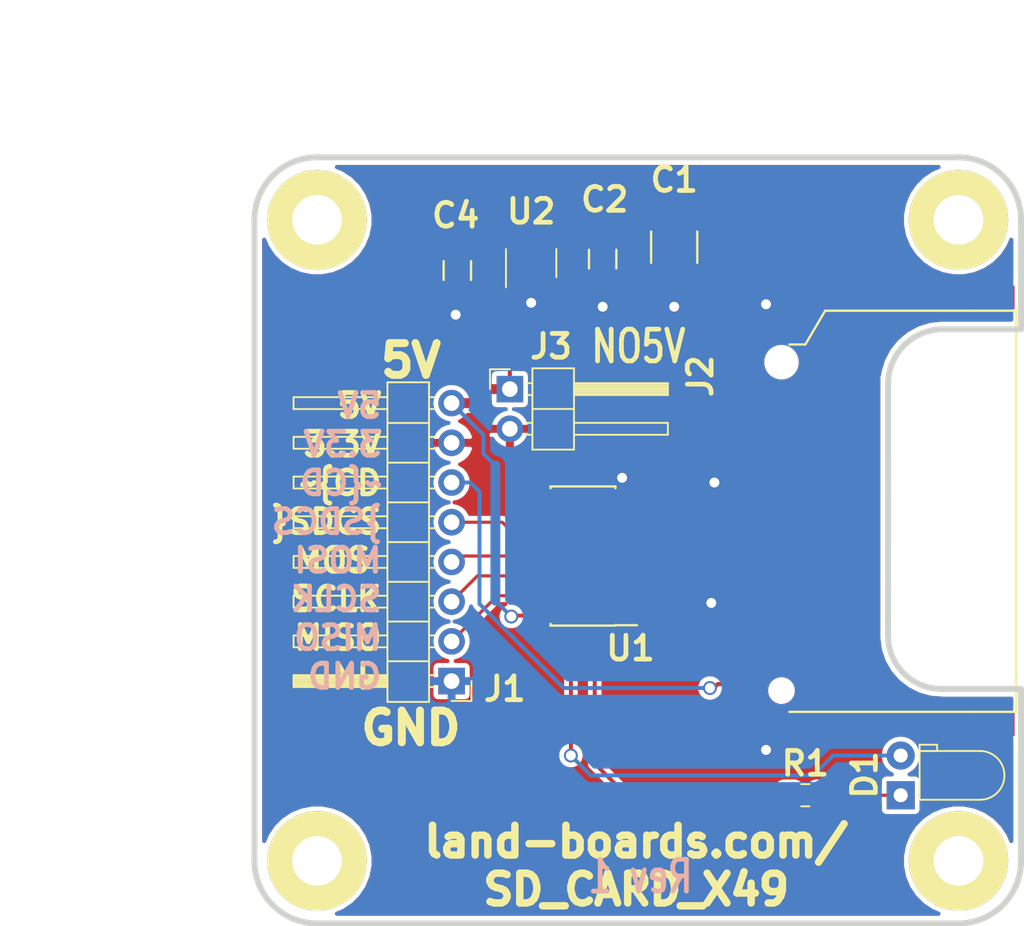
<source format=kicad_pcb>
(kicad_pcb (version 20171130) (host pcbnew "(5.1.10)-1")

  (general
    (thickness 1.6002)
    (drawings 25)
    (tracks 102)
    (zones 0)
    (modules 14)
    (nets 14)
  )

  (page A)
  (title_block
    (title SD_CARD_X49)
    (date 2020-02-21)
    (rev 1)
    (company "Land Boards LLC")
  )

  (layers
    (0 Front signal)
    (31 Back signal)
    (32 B.Adhes user)
    (33 F.Adhes user)
    (34 B.Paste user)
    (35 F.Paste user)
    (36 B.SilkS user)
    (37 F.SilkS user)
    (38 B.Mask user)
    (39 F.Mask user)
    (40 Dwgs.User user)
    (41 Cmts.User user hide)
    (42 Eco1.User user hide)
    (43 Eco2.User user hide)
    (44 Edge.Cuts user)
    (45 Margin user hide)
    (46 B.CrtYd user hide)
    (47 F.CrtYd user hide)
    (48 B.Fab user hide)
    (49 F.Fab user hide)
  )

  (setup
    (last_trace_width 0.2032)
    (user_trace_width 0.254)
    (user_trace_width 0.635)
    (trace_clearance 0.254)
    (zone_clearance 0.3048)
    (zone_45_only no)
    (trace_min 0.2032)
    (via_size 0.889)
    (via_drill 0.635)
    (via_min_size 0.889)
    (via_min_drill 0.508)
    (uvia_size 0.508)
    (uvia_drill 0.127)
    (uvias_allowed no)
    (uvia_min_size 0.508)
    (uvia_min_drill 0.127)
    (edge_width 0.381)
    (segment_width 0.381)
    (pcb_text_width 0.3048)
    (pcb_text_size 1.524 2.032)
    (mod_edge_width 0.381)
    (mod_text_size 1.524 1.524)
    (mod_text_width 0.3048)
    (pad_size 6.35 6.35)
    (pad_drill 3.175)
    (pad_to_mask_clearance 0)
    (aux_axis_origin 0 0)
    (grid_origin 10.0076 10.0076)
    (visible_elements 7FFFFF7F)
    (pcbplotparams
      (layerselection 0x010f0_ffffffff)
      (usegerberextensions true)
      (usegerberattributes false)
      (usegerberadvancedattributes false)
      (creategerberjobfile false)
      (excludeedgelayer true)
      (linewidth 0.150000)
      (plotframeref false)
      (viasonmask false)
      (mode 1)
      (useauxorigin true)
      (hpglpennumber 1)
      (hpglpenspeed 20)
      (hpglpendiameter 15.000000)
      (psnegative false)
      (psa4output false)
      (plotreference true)
      (plotvalue false)
      (plotinvisibletext false)
      (padsonsilk false)
      (subtractmaskfromsilk false)
      (outputformat 1)
      (mirror false)
      (drillshape 0)
      (scaleselection 1)
      (outputdirectory "plots/"))
  )

  (net 0 "")
  (net 1 GND)
  (net 2 VCC)
  (net 3 "Net-(D1-Pad1)")
  (net 4 /MOSI)
  (net 5 /SCLK)
  (net 6 /MISO)
  (net 7 "Net-(J2-Pad2)")
  (net 8 "Net-(J2-Pad1)")
  (net 9 "Net-(J2-Pad5)")
  (net 10 +3V3)
  (net 11 "Net-(J2-Pad7)")
  (net 12 /~CD)
  (net 13 /~SDCS)

  (net_class Default "This is the default net class."
    (clearance 0.254)
    (trace_width 0.2032)
    (via_dia 0.889)
    (via_drill 0.635)
    (uvia_dia 0.508)
    (uvia_drill 0.127)
    (diff_pair_width 0.2032)
    (diff_pair_gap 0.25)
    (add_net +3V3)
    (add_net /MISO)
    (add_net /MOSI)
    (add_net /SCLK)
    (add_net /~CD)
    (add_net /~SDCS)
    (add_net GND)
    (add_net "Net-(D1-Pad1)")
    (add_net "Net-(J2-Pad1)")
    (add_net "Net-(J2-Pad2)")
    (add_net "Net-(J2-Pad5)")
    (add_net "Net-(J2-Pad7)")
    (add_net VCC)
  )

  (net_class POWER ""
    (clearance 0.254)
    (trace_width 0.635)
    (via_dia 0.889)
    (via_drill 0.635)
    (uvia_dia 0.508)
    (uvia_drill 0.127)
    (diff_pair_width 0.2032)
    (diff_pair_gap 0.25)
  )

  (module MTG-4-40 locked (layer Front) (tedit 50F036E3) (tstamp 51AF63A5)
    (at 14 55)
    (path /5030F2C2)
    (fp_text reference MTG3 (at -6.858 -0.635) (layer F.SilkS) hide
      (effects (font (size 1.524 1.524) (thickness 0.3048)))
    )
    (fp_text value CONN_1 (at 0 -5.08) (layer F.SilkS) hide
      (effects (font (size 1.524 1.524) (thickness 0.3048)))
    )
    (pad 1 thru_hole circle (at 0 0) (size 6.35 6.35) (drill 3.175) (layers *.Cu *.Mask F.SilkS))
  )

  (module MTG-4-40 locked (layer Front) (tedit 50F036E3) (tstamp 51AF63AA)
    (at 55 55)
    (path /5030F2C1)
    (fp_text reference MTG4 (at -6.858 -0.635) (layer F.SilkS) hide
      (effects (font (size 1.524 1.524) (thickness 0.3048)))
    )
    (fp_text value CONN_1 (at 0 -5.08) (layer F.SilkS) hide
      (effects (font (size 1.524 1.524) (thickness 0.3048)))
    )
    (pad 1 thru_hole circle (at 0 0) (size 6.35 6.35) (drill 3.175) (layers *.Cu *.Mask F.SilkS))
  )

  (module MTG-4-40 locked (layer Front) (tedit 50F036E3) (tstamp 51AF63AF)
    (at 55 14)
    (path /5030F2BD)
    (fp_text reference MTG2 (at -6.858 -0.635) (layer F.SilkS) hide
      (effects (font (size 1.524 1.524) (thickness 0.3048)))
    )
    (fp_text value CONN_1 (at 0 -5.08) (layer F.SilkS) hide
      (effects (font (size 1.524 1.524) (thickness 0.3048)))
    )
    (pad 1 thru_hole circle (at 0 0) (size 6.35 6.35) (drill 3.175) (layers *.Cu *.Mask F.SilkS))
  )

  (module MTG-4-40 locked (layer Front) (tedit 50F036E3) (tstamp 51AF63B4)
    (at 14 14)
    (path /5030F2A7)
    (fp_text reference MTG1 (at -6.858 -0.635) (layer F.SilkS) hide
      (effects (font (size 1.524 1.524) (thickness 0.3048)))
    )
    (fp_text value CONN_1 (at 0 -5.08) (layer F.SilkS) hide
      (effects (font (size 1.524 1.524) (thickness 0.3048)))
    )
    (pad 1 thru_hole circle (at 0 0) (size 6.35 6.35) (drill 3.175) (layers *.Cu *.Mask F.SilkS))
  )

  (module Resistors_SMD:R_1210_HandSoldering (layer Front) (tedit 5DD41780) (tstamp 57F07CB8)
    (at 36.83 15.748 270)
    (descr "Resistor SMD 1210, hand soldering")
    (tags "resistor 1210")
    (path /57F0F90C)
    (attr smd)
    (fp_text reference C1 (at -4.318 0) (layer F.SilkS)
      (effects (font (size 1.524 1.524) (thickness 0.3048)))
    )
    (fp_text value 10uF (at 0 2.7 270) (layer F.Fab) hide
      (effects (font (size 1 1) (thickness 0.15)))
    )
    (fp_line (start -1 -1.475) (end 1 -1.475) (layer F.SilkS) (width 0.15))
    (fp_line (start 1 1.475) (end -1 1.475) (layer F.SilkS) (width 0.15))
    (fp_line (start 3.3 -1.6) (end 3.3 1.6) (layer F.CrtYd) (width 0.05))
    (fp_line (start -3.3 -1.6) (end -3.3 1.6) (layer F.CrtYd) (width 0.05))
    (fp_line (start -3.3 1.6) (end 3.3 1.6) (layer F.CrtYd) (width 0.05))
    (fp_line (start -3.3 -1.6) (end 3.3 -1.6) (layer F.CrtYd) (width 0.05))
    (pad 1 smd rect (at -2 0 270) (size 2 2.5) (layers Front F.Mask)
      (net 10 +3V3))
    (pad 2 smd rect (at 2 0 270) (size 2 2.5) (layers Front F.Mask)
      (net 1 GND))
    (model Resistors_SMD.3dshapes/R_1210_HandSoldering.wrl
      (at (xyz 0 0 0))
      (scale (xyz 1 1 1))
      (rotate (xyz 0 0 0))
    )
  )

  (module Resistors_SMD:R_0805_HandSoldering (layer Front) (tedit 5DD4171B) (tstamp 57F07DD4)
    (at 32.258 16.51 270)
    (descr "Resistor SMD 0805, hand soldering")
    (tags "resistor 0805")
    (path /51CCA2BF)
    (attr smd)
    (fp_text reference C2 (at -3.81 -0.127) (layer F.SilkS)
      (effects (font (size 1.524 1.524) (thickness 0.3048)))
    )
    (fp_text value 0.1uF (at 0 2.1 270) (layer F.Fab) hide
      (effects (font (size 1 1) (thickness 0.15)))
    )
    (fp_line (start -0.6 -0.875) (end 0.6 -0.875) (layer F.SilkS) (width 0.15))
    (fp_line (start 0.6 0.875) (end -0.6 0.875) (layer F.SilkS) (width 0.15))
    (fp_line (start 2.4 -1) (end 2.4 1) (layer F.CrtYd) (width 0.05))
    (fp_line (start -2.4 -1) (end -2.4 1) (layer F.CrtYd) (width 0.05))
    (fp_line (start -2.4 1) (end 2.4 1) (layer F.CrtYd) (width 0.05))
    (fp_line (start -2.4 -1) (end 2.4 -1) (layer F.CrtYd) (width 0.05))
    (pad 1 smd rect (at -1.35 0 270) (size 1.5 1.3) (layers Front F.Mask)
      (net 10 +3V3))
    (pad 2 smd rect (at 1.35 0 270) (size 1.5 1.3) (layers Front F.Mask)
      (net 1 GND))
    (model Resistors_SMD.3dshapes/R_0805_HandSoldering.wrl
      (at (xyz 0 0 0))
      (scale (xyz 1 1 1))
      (rotate (xyz 0 0 0))
    )
  )

  (module Resistors_SMD:R_0805_HandSoldering (layer Front) (tedit 5DD4170B) (tstamp 57F07DDF)
    (at 22.968 17.242 270)
    (descr "Resistor SMD 0805, hand soldering")
    (tags "resistor 0805")
    (path /51CCA2CE)
    (attr smd)
    (fp_text reference C4 (at -3.526 0.108) (layer F.SilkS)
      (effects (font (size 1.524 1.524) (thickness 0.3048)))
    )
    (fp_text value 0.1uF (at 0 2.1 270) (layer F.Fab) hide
      (effects (font (size 1 1) (thickness 0.15)))
    )
    (fp_line (start -0.6 -0.875) (end 0.6 -0.875) (layer F.SilkS) (width 0.15))
    (fp_line (start 0.6 0.875) (end -0.6 0.875) (layer F.SilkS) (width 0.15))
    (fp_line (start 2.4 -1) (end 2.4 1) (layer F.CrtYd) (width 0.05))
    (fp_line (start -2.4 -1) (end -2.4 1) (layer F.CrtYd) (width 0.05))
    (fp_line (start -2.4 1) (end 2.4 1) (layer F.CrtYd) (width 0.05))
    (fp_line (start -2.4 -1) (end 2.4 -1) (layer F.CrtYd) (width 0.05))
    (pad 1 smd rect (at -1.35 0 270) (size 1.5 1.3) (layers Front F.Mask)
      (net 2 VCC))
    (pad 2 smd rect (at 1.35 0 270) (size 1.5 1.3) (layers Front F.Mask)
      (net 1 GND))
    (model Resistors_SMD.3dshapes/R_0805_HandSoldering.wrl
      (at (xyz 0 0 0))
      (scale (xyz 1 1 1))
      (rotate (xyz 0 0 0))
    )
  )

  (module LED_THT:LED_D3.0mm_Horizontal_O1.27mm_Z2.0mm_IRBlack (layer Front) (tedit 5A6C9E1E) (tstamp 5DD4426A)
    (at 51.308 50.8 90)
    (descr "LED, diameter 3.0mm z-position of LED center 2.0mm, 2 pins")
    (tags "LED diameter 3.0mm z-position of LED center 2.0mm 2 pins")
    (path /5DD354A1)
    (fp_text reference D1 (at 1.3 -2.308 90) (layer F.SilkS)
      (effects (font (size 1.524 1.524) (thickness 0.3048)))
    )
    (fp_text value LED_ALT (at 1.27 7.63 90) (layer F.Fab)
      (effects (font (size 1 1) (thickness 0.15)))
    )
    (fp_line (start 3.75 -1.25) (end -1.25 -1.25) (layer F.CrtYd) (width 0.05))
    (fp_line (start 3.75 6.9) (end 3.75 -1.25) (layer F.CrtYd) (width 0.05))
    (fp_line (start -1.25 6.9) (end 3.75 6.9) (layer F.CrtYd) (width 0.05))
    (fp_line (start -1.25 -1.25) (end -1.25 6.9) (layer F.CrtYd) (width 0.05))
    (fp_line (start 2.54 1.08) (end 2.54 1.08) (layer F.SilkS) (width 0.12))
    (fp_line (start 2.54 1.21) (end 2.54 1.08) (layer F.SilkS) (width 0.12))
    (fp_line (start 2.54 1.21) (end 2.54 1.21) (layer F.SilkS) (width 0.12))
    (fp_line (start 2.54 1.08) (end 2.54 1.21) (layer F.SilkS) (width 0.12))
    (fp_line (start 0 1.08) (end 0 1.08) (layer F.SilkS) (width 0.12))
    (fp_line (start 0 1.21) (end 0 1.08) (layer F.SilkS) (width 0.12))
    (fp_line (start 0 1.21) (end 0 1.21) (layer F.SilkS) (width 0.12))
    (fp_line (start 0 1.08) (end 0 1.21) (layer F.SilkS) (width 0.12))
    (fp_line (start 2.83 1.21) (end 3.23 1.21) (layer F.SilkS) (width 0.12))
    (fp_line (start 2.83 2.33) (end 2.83 1.21) (layer F.SilkS) (width 0.12))
    (fp_line (start 3.23 2.33) (end 2.83 2.33) (layer F.SilkS) (width 0.12))
    (fp_line (start 3.23 1.21) (end 3.23 2.33) (layer F.SilkS) (width 0.12))
    (fp_line (start -0.29 1.21) (end 2.83 1.21) (layer F.SilkS) (width 0.12))
    (fp_line (start 2.83 1.21) (end 2.83 5.07) (layer F.SilkS) (width 0.12))
    (fp_line (start -0.29 1.21) (end -0.29 5.07) (layer F.SilkS) (width 0.12))
    (fp_line (start 2.54 0) (end 2.54 0) (layer F.Fab) (width 0.1))
    (fp_line (start 2.54 1.27) (end 2.54 0) (layer F.Fab) (width 0.1))
    (fp_line (start 2.54 1.27) (end 2.54 1.27) (layer F.Fab) (width 0.1))
    (fp_line (start 2.54 0) (end 2.54 1.27) (layer F.Fab) (width 0.1))
    (fp_line (start 0 0) (end 0 0) (layer F.Fab) (width 0.1))
    (fp_line (start 0 1.27) (end 0 0) (layer F.Fab) (width 0.1))
    (fp_line (start 0 1.27) (end 0 1.27) (layer F.Fab) (width 0.1))
    (fp_line (start 0 0) (end 0 1.27) (layer F.Fab) (width 0.1))
    (fp_line (start 2.77 1.27) (end 3.17 1.27) (layer F.Fab) (width 0.1))
    (fp_line (start 2.77 2.27) (end 2.77 1.27) (layer F.Fab) (width 0.1))
    (fp_line (start 3.17 2.27) (end 2.77 2.27) (layer F.Fab) (width 0.1))
    (fp_line (start 3.17 1.27) (end 3.17 2.27) (layer F.Fab) (width 0.1))
    (fp_line (start -0.23 1.27) (end 2.77 1.27) (layer F.Fab) (width 0.1))
    (fp_line (start 2.77 1.27) (end 2.77 5.07) (layer F.Fab) (width 0.1))
    (fp_line (start -0.23 1.27) (end -0.23 5.07) (layer F.Fab) (width 0.1))
    (fp_text user %R (at 1.27 0 90) (layer F.Fab)
      (effects (font (size 1 1) (thickness 0.15)))
    )
    (fp_arc (start 1.27 5.07) (end -0.23 5.07) (angle -180) (layer F.Fab) (width 0.1))
    (fp_arc (start 1.27 5.07) (end -0.29 5.07) (angle -180) (layer F.SilkS) (width 0.12))
    (pad 1 thru_hole rect (at 0 0 90) (size 1.8 1.8) (drill 0.9) (layers *.Cu *.Mask)
      (net 3 "Net-(D1-Pad1)"))
    (pad 2 thru_hole circle (at 2.54 0 90) (size 1.8 1.8) (drill 0.9) (layers *.Cu *.Mask)
      (net 5 /SCLK))
    (model ${KISYS3DMOD}/LED_THT.3dshapes/LED_D3.0mm_Horizontal_O1.27mm_Z2.0mm_IRBlack.wrl
      (at (xyz 0 0 0))
      (scale (xyz 1 1 1))
      (rotate (xyz 0 0 0))
    )
  )

  (module LandBoards_Conns:SD_CARD (layer Front) (tedit 58824ABB) (tstamp 5DD442A4)
    (at 43.688 38.227 90)
    (path /5DD34C75)
    (fp_text reference J2 (at 14.227 -5.188 90) (layer F.SilkS)
      (effects (font (size 1.524 1.524) (thickness 0.3048)))
    )
    (fp_text value SD_Card (at 5.461 16.129 90) (layer F.Fab) hide
      (effects (font (size 1 1) (thickness 0.15)))
    )
    (fp_line (start 17.82 0.72) (end 17.82 0.71) (layer F.SilkS) (width 0.01))
    (fp_line (start 16.256 1.524) (end 16.256 0.508) (layer F.SilkS) (width 0.15))
    (fp_line (start 18.415 2.794) (end 16.256 1.524) (layer F.SilkS) (width 0.15))
    (fp_line (start 18.415 12.065) (end 18.415 2.794) (layer F.SilkS) (width 0.15))
    (fp_line (start -7.239 0.508) (end -7.239 12.065) (layer F.SilkS) (width 0.15))
    (fp_line (start 18.415 14.986) (end 18.415 12.065) (layer F.SilkS) (width 0.15))
    (fp_line (start 18.288 14.986) (end 18.415 14.986) (layer F.SilkS) (width 0.15))
    (fp_line (start -7.239 14.986) (end 18.288 14.986) (layer F.SilkS) (width 0.15))
    (fp_line (start -7.239 12.065) (end -7.239 14.986) (layer F.SilkS) (width 0.15))
    (pad 11 smd rect (at -6.6 -2.8 90) (size 0.7 1.5) (layers Front F.Mask))
    (pad 10 smd rect (at -5.46 -2.8 90) (size 0.7 1.5) (layers Front F.Mask)
      (net 12 /~CD))
    (pad "" np_thru_hole circle (at 15.12 0 90) (size 1.6 1.6) (drill 1.6) (layers *.Cu *.Mask F.SilkS))
    (pad 2 smd rect (at 10 -2.8 90) (size 1 1.5) (layers Front F.Mask)
      (net 7 "Net-(J2-Pad2)"))
    (pad 1 smd rect (at 12.5 -2.8 90) (size 1 1.5) (layers Front F.Mask)
      (net 8 "Net-(J2-Pad1)"))
    (pad 3 smd rect (at 7.5 -2.8 90) (size 1 1.5) (layers Front F.Mask)
      (net 1 GND))
    (pad 4 smd rect (at 5 -2.8 90) (size 1 1.5) (layers Front F.Mask)
      (net 10 +3V3))
    (pad 5 smd rect (at 2.5 -2.8 90) (size 1 1.5) (layers Front F.Mask)
      (net 9 "Net-(J2-Pad5)"))
    (pad 6 smd rect (at 0 -2.8 90) (size 1 1.5) (layers Front F.Mask)
      (net 1 GND))
    (pad 7 smd rect (at -2.42 -2.8 90) (size 1 1.5) (layers Front F.Mask)
      (net 11 "Net-(J2-Pad7)"))
    (pad 8 smd rect (at -4.12 -2.8 90) (size 1 1.5) (layers Front F.Mask))
    (pad 9 smd rect (at 15 -2.8 90) (size 1 1.5) (layers Front F.Mask))
    (pad 12 smd rect (at 17.07 -1 90) (size 1.5 2.8) (layers Front F.Mask)
      (net 1 GND))
    (pad 13 smd rect (at -8.03 -1 90) (size 1.5 2.8) (layers Front F.Mask)
      (net 1 GND))
    (pad 14 smd rect (at -8.03 13.5 90) (size 1.5 2.8) (layers Front F.Mask))
    (pad 15 smd rect (at 19.27 13.5 90) (size 1.5 2.8) (layers Front F.Mask))
    (pad "" np_thru_hole circle (at -5.88 0 90) (size 1.1 1.1) (drill 1.1) (layers *.Cu *.Mask F.SilkS))
  )

  (module Resistor_SMD:R_0805_2012Metric_Pad1.15x1.40mm_HandSolder (layer Front) (tedit 5B36C52B) (tstamp 5DD442B5)
    (at 45.212 50.8)
    (descr "Resistor SMD 0805 (2012 Metric), square (rectangular) end terminal, IPC_7351 nominal with elongated pad for handsoldering. (Body size source: https://docs.google.com/spreadsheets/d/1BsfQQcO9C6DZCsRaXUlFlo91Tg2WpOkGARC1WS5S8t0/edit?usp=sharing), generated with kicad-footprint-generator")
    (tags "resistor handsolder")
    (path /5DD35555)
    (attr smd)
    (fp_text reference R1 (at 0 -2.032) (layer F.SilkS)
      (effects (font (size 1.524 1.524) (thickness 0.3048)))
    )
    (fp_text value 1K (at 0 1.65) (layer F.Fab)
      (effects (font (size 1 1) (thickness 0.15)))
    )
    (fp_line (start 1.85 0.95) (end -1.85 0.95) (layer F.CrtYd) (width 0.05))
    (fp_line (start 1.85 -0.95) (end 1.85 0.95) (layer F.CrtYd) (width 0.05))
    (fp_line (start -1.85 -0.95) (end 1.85 -0.95) (layer F.CrtYd) (width 0.05))
    (fp_line (start -1.85 0.95) (end -1.85 -0.95) (layer F.CrtYd) (width 0.05))
    (fp_line (start -0.261252 0.71) (end 0.261252 0.71) (layer F.SilkS) (width 0.12))
    (fp_line (start -0.261252 -0.71) (end 0.261252 -0.71) (layer F.SilkS) (width 0.12))
    (fp_line (start 1 0.6) (end -1 0.6) (layer F.Fab) (width 0.1))
    (fp_line (start 1 -0.6) (end 1 0.6) (layer F.Fab) (width 0.1))
    (fp_line (start -1 -0.6) (end 1 -0.6) (layer F.Fab) (width 0.1))
    (fp_line (start -1 0.6) (end -1 -0.6) (layer F.Fab) (width 0.1))
    (fp_text user %R (at 0 0) (layer F.Fab)
      (effects (font (size 0.5 0.5) (thickness 0.08)))
    )
    (pad 1 smd roundrect (at -1.025 0) (size 1.15 1.4) (layers Front F.Paste F.Mask) (roundrect_rratio 0.2173904347826087)
      (net 13 /~SDCS))
    (pad 2 smd roundrect (at 1.025 0) (size 1.15 1.4) (layers Front F.Paste F.Mask) (roundrect_rratio 0.2173904347826087)
      (net 3 "Net-(D1-Pad1)"))
    (model ${KISYS3DMOD}/Resistor_SMD.3dshapes/R_0805_2012Metric.wrl
      (at (xyz 0 0 0))
      (scale (xyz 1 1 1))
      (rotate (xyz 0 0 0))
    )
  )

  (module Package_TO_SOT_SMD:SOT-23-5 (layer Front) (tedit 5A02FF57) (tstamp 5DD442EF)
    (at 27.686 16.764 90)
    (descr "5-pin SOT23 package")
    (tags SOT-23-5)
    (path /5DD383BB)
    (attr smd)
    (fp_text reference U2 (at 3.302 0 180) (layer F.SilkS)
      (effects (font (size 1.524 1.524) (thickness 0.3048)))
    )
    (fp_text value LP2985-3.3 (at 0 2.9 90) (layer F.Fab)
      (effects (font (size 1 1) (thickness 0.15)))
    )
    (fp_line (start 0.9 -1.55) (end 0.9 1.55) (layer F.Fab) (width 0.1))
    (fp_line (start 0.9 1.55) (end -0.9 1.55) (layer F.Fab) (width 0.1))
    (fp_line (start -0.9 -0.9) (end -0.9 1.55) (layer F.Fab) (width 0.1))
    (fp_line (start 0.9 -1.55) (end -0.25 -1.55) (layer F.Fab) (width 0.1))
    (fp_line (start -0.9 -0.9) (end -0.25 -1.55) (layer F.Fab) (width 0.1))
    (fp_line (start -1.9 1.8) (end -1.9 -1.8) (layer F.CrtYd) (width 0.05))
    (fp_line (start 1.9 1.8) (end -1.9 1.8) (layer F.CrtYd) (width 0.05))
    (fp_line (start 1.9 -1.8) (end 1.9 1.8) (layer F.CrtYd) (width 0.05))
    (fp_line (start -1.9 -1.8) (end 1.9 -1.8) (layer F.CrtYd) (width 0.05))
    (fp_line (start 0.9 -1.61) (end -1.55 -1.61) (layer F.SilkS) (width 0.12))
    (fp_line (start -0.9 1.61) (end 0.9 1.61) (layer F.SilkS) (width 0.12))
    (fp_text user %R (at 0 0 180) (layer F.Fab)
      (effects (font (size 0.5 0.5) (thickness 0.075)))
    )
    (pad 1 smd rect (at -1.1 -0.95 90) (size 1.06 0.65) (layers Front F.Paste F.Mask)
      (net 2 VCC))
    (pad 2 smd rect (at -1.1 0 90) (size 1.06 0.65) (layers Front F.Paste F.Mask)
      (net 1 GND))
    (pad 3 smd rect (at -1.1 0.95 90) (size 1.06 0.65) (layers Front F.Paste F.Mask)
      (net 2 VCC))
    (pad 4 smd rect (at 1.1 0.95 90) (size 1.06 0.65) (layers Front F.Paste F.Mask))
    (pad 5 smd rect (at 1.1 -0.95 90) (size 1.06 0.65) (layers Front F.Paste F.Mask)
      (net 10 +3V3))
    (model ${KISYS3DMOD}/Package_TO_SOT_SMD.3dshapes/SOT-23-5.wrl
      (at (xyz 0 0 0))
      (scale (xyz 1 1 1))
      (rotate (xyz 0 0 0))
    )
  )

  (module Connector_PinHeader_2.54mm:PinHeader_1x08_P2.54mm_Horizontal (layer Front) (tedit 59FED5CB) (tstamp 5DD4A630)
    (at 22.6 43.5 180)
    (descr "Through hole angled pin header, 1x08, 2.54mm pitch, 6mm pin length, single row")
    (tags "Through hole angled pin header THT 1x08 2.54mm single row")
    (path /5DD34E61)
    (fp_text reference J1 (at -3.4 -0.5 180) (layer F.SilkS)
      (effects (font (size 1.524 1.524) (thickness 0.3048)))
    )
    (fp_text value Conn_01x08 (at 4.385 20.05 180) (layer F.Fab)
      (effects (font (size 1 1) (thickness 0.15)))
    )
    (fp_line (start 10.55 -1.8) (end -1.8 -1.8) (layer F.CrtYd) (width 0.05))
    (fp_line (start 10.55 19.55) (end 10.55 -1.8) (layer F.CrtYd) (width 0.05))
    (fp_line (start -1.8 19.55) (end 10.55 19.55) (layer F.CrtYd) (width 0.05))
    (fp_line (start -1.8 -1.8) (end -1.8 19.55) (layer F.CrtYd) (width 0.05))
    (fp_line (start -1.27 -1.27) (end 0 -1.27) (layer F.SilkS) (width 0.12))
    (fp_line (start -1.27 0) (end -1.27 -1.27) (layer F.SilkS) (width 0.12))
    (fp_line (start 1.042929 18.16) (end 1.44 18.16) (layer F.SilkS) (width 0.12))
    (fp_line (start 1.042929 17.4) (end 1.44 17.4) (layer F.SilkS) (width 0.12))
    (fp_line (start 10.1 18.16) (end 4.1 18.16) (layer F.SilkS) (width 0.12))
    (fp_line (start 10.1 17.4) (end 10.1 18.16) (layer F.SilkS) (width 0.12))
    (fp_line (start 4.1 17.4) (end 10.1 17.4) (layer F.SilkS) (width 0.12))
    (fp_line (start 1.44 16.51) (end 4.1 16.51) (layer F.SilkS) (width 0.12))
    (fp_line (start 1.042929 15.62) (end 1.44 15.62) (layer F.SilkS) (width 0.12))
    (fp_line (start 1.042929 14.86) (end 1.44 14.86) (layer F.SilkS) (width 0.12))
    (fp_line (start 10.1 15.62) (end 4.1 15.62) (layer F.SilkS) (width 0.12))
    (fp_line (start 10.1 14.86) (end 10.1 15.62) (layer F.SilkS) (width 0.12))
    (fp_line (start 4.1 14.86) (end 10.1 14.86) (layer F.SilkS) (width 0.12))
    (fp_line (start 1.44 13.97) (end 4.1 13.97) (layer F.SilkS) (width 0.12))
    (fp_line (start 1.042929 13.08) (end 1.44 13.08) (layer F.SilkS) (width 0.12))
    (fp_line (start 1.042929 12.32) (end 1.44 12.32) (layer F.SilkS) (width 0.12))
    (fp_line (start 10.1 13.08) (end 4.1 13.08) (layer F.SilkS) (width 0.12))
    (fp_line (start 10.1 12.32) (end 10.1 13.08) (layer F.SilkS) (width 0.12))
    (fp_line (start 4.1 12.32) (end 10.1 12.32) (layer F.SilkS) (width 0.12))
    (fp_line (start 1.44 11.43) (end 4.1 11.43) (layer F.SilkS) (width 0.12))
    (fp_line (start 1.042929 10.54) (end 1.44 10.54) (layer F.SilkS) (width 0.12))
    (fp_line (start 1.042929 9.78) (end 1.44 9.78) (layer F.SilkS) (width 0.12))
    (fp_line (start 10.1 10.54) (end 4.1 10.54) (layer F.SilkS) (width 0.12))
    (fp_line (start 10.1 9.78) (end 10.1 10.54) (layer F.SilkS) (width 0.12))
    (fp_line (start 4.1 9.78) (end 10.1 9.78) (layer F.SilkS) (width 0.12))
    (fp_line (start 1.44 8.89) (end 4.1 8.89) (layer F.SilkS) (width 0.12))
    (fp_line (start 1.042929 8) (end 1.44 8) (layer F.SilkS) (width 0.12))
    (fp_line (start 1.042929 7.24) (end 1.44 7.24) (layer F.SilkS) (width 0.12))
    (fp_line (start 10.1 8) (end 4.1 8) (layer F.SilkS) (width 0.12))
    (fp_line (start 10.1 7.24) (end 10.1 8) (layer F.SilkS) (width 0.12))
    (fp_line (start 4.1 7.24) (end 10.1 7.24) (layer F.SilkS) (width 0.12))
    (fp_line (start 1.44 6.35) (end 4.1 6.35) (layer F.SilkS) (width 0.12))
    (fp_line (start 1.042929 5.46) (end 1.44 5.46) (layer F.SilkS) (width 0.12))
    (fp_line (start 1.042929 4.7) (end 1.44 4.7) (layer F.SilkS) (width 0.12))
    (fp_line (start 10.1 5.46) (end 4.1 5.46) (layer F.SilkS) (width 0.12))
    (fp_line (start 10.1 4.7) (end 10.1 5.46) (layer F.SilkS) (width 0.12))
    (fp_line (start 4.1 4.7) (end 10.1 4.7) (layer F.SilkS) (width 0.12))
    (fp_line (start 1.44 3.81) (end 4.1 3.81) (layer F.SilkS) (width 0.12))
    (fp_line (start 1.042929 2.92) (end 1.44 2.92) (layer F.SilkS) (width 0.12))
    (fp_line (start 1.042929 2.16) (end 1.44 2.16) (layer F.SilkS) (width 0.12))
    (fp_line (start 10.1 2.92) (end 4.1 2.92) (layer F.SilkS) (width 0.12))
    (fp_line (start 10.1 2.16) (end 10.1 2.92) (layer F.SilkS) (width 0.12))
    (fp_line (start 4.1 2.16) (end 10.1 2.16) (layer F.SilkS) (width 0.12))
    (fp_line (start 1.44 1.27) (end 4.1 1.27) (layer F.SilkS) (width 0.12))
    (fp_line (start 1.11 0.38) (end 1.44 0.38) (layer F.SilkS) (width 0.12))
    (fp_line (start 1.11 -0.38) (end 1.44 -0.38) (layer F.SilkS) (width 0.12))
    (fp_line (start 4.1 0.28) (end 10.1 0.28) (layer F.SilkS) (width 0.12))
    (fp_line (start 4.1 0.16) (end 10.1 0.16) (layer F.SilkS) (width 0.12))
    (fp_line (start 4.1 0.04) (end 10.1 0.04) (layer F.SilkS) (width 0.12))
    (fp_line (start 4.1 -0.08) (end 10.1 -0.08) (layer F.SilkS) (width 0.12))
    (fp_line (start 4.1 -0.2) (end 10.1 -0.2) (layer F.SilkS) (width 0.12))
    (fp_line (start 4.1 -0.32) (end 10.1 -0.32) (layer F.SilkS) (width 0.12))
    (fp_line (start 10.1 0.38) (end 4.1 0.38) (layer F.SilkS) (width 0.12))
    (fp_line (start 10.1 -0.38) (end 10.1 0.38) (layer F.SilkS) (width 0.12))
    (fp_line (start 4.1 -0.38) (end 10.1 -0.38) (layer F.SilkS) (width 0.12))
    (fp_line (start 4.1 -1.33) (end 1.44 -1.33) (layer F.SilkS) (width 0.12))
    (fp_line (start 4.1 19.11) (end 4.1 -1.33) (layer F.SilkS) (width 0.12))
    (fp_line (start 1.44 19.11) (end 4.1 19.11) (layer F.SilkS) (width 0.12))
    (fp_line (start 1.44 -1.33) (end 1.44 19.11) (layer F.SilkS) (width 0.12))
    (fp_line (start 4.04 18.1) (end 10.04 18.1) (layer F.Fab) (width 0.1))
    (fp_line (start 10.04 17.46) (end 10.04 18.1) (layer F.Fab) (width 0.1))
    (fp_line (start 4.04 17.46) (end 10.04 17.46) (layer F.Fab) (width 0.1))
    (fp_line (start -0.32 18.1) (end 1.5 18.1) (layer F.Fab) (width 0.1))
    (fp_line (start -0.32 17.46) (end -0.32 18.1) (layer F.Fab) (width 0.1))
    (fp_line (start -0.32 17.46) (end 1.5 17.46) (layer F.Fab) (width 0.1))
    (fp_line (start 4.04 15.56) (end 10.04 15.56) (layer F.Fab) (width 0.1))
    (fp_line (start 10.04 14.92) (end 10.04 15.56) (layer F.Fab) (width 0.1))
    (fp_line (start 4.04 14.92) (end 10.04 14.92) (layer F.Fab) (width 0.1))
    (fp_line (start -0.32 15.56) (end 1.5 15.56) (layer F.Fab) (width 0.1))
    (fp_line (start -0.32 14.92) (end -0.32 15.56) (layer F.Fab) (width 0.1))
    (fp_line (start -0.32 14.92) (end 1.5 14.92) (layer F.Fab) (width 0.1))
    (fp_line (start 4.04 13.02) (end 10.04 13.02) (layer F.Fab) (width 0.1))
    (fp_line (start 10.04 12.38) (end 10.04 13.02) (layer F.Fab) (width 0.1))
    (fp_line (start 4.04 12.38) (end 10.04 12.38) (layer F.Fab) (width 0.1))
    (fp_line (start -0.32 13.02) (end 1.5 13.02) (layer F.Fab) (width 0.1))
    (fp_line (start -0.32 12.38) (end -0.32 13.02) (layer F.Fab) (width 0.1))
    (fp_line (start -0.32 12.38) (end 1.5 12.38) (layer F.Fab) (width 0.1))
    (fp_line (start 4.04 10.48) (end 10.04 10.48) (layer F.Fab) (width 0.1))
    (fp_line (start 10.04 9.84) (end 10.04 10.48) (layer F.Fab) (width 0.1))
    (fp_line (start 4.04 9.84) (end 10.04 9.84) (layer F.Fab) (width 0.1))
    (fp_line (start -0.32 10.48) (end 1.5 10.48) (layer F.Fab) (width 0.1))
    (fp_line (start -0.32 9.84) (end -0.32 10.48) (layer F.Fab) (width 0.1))
    (fp_line (start -0.32 9.84) (end 1.5 9.84) (layer F.Fab) (width 0.1))
    (fp_line (start 4.04 7.94) (end 10.04 7.94) (layer F.Fab) (width 0.1))
    (fp_line (start 10.04 7.3) (end 10.04 7.94) (layer F.Fab) (width 0.1))
    (fp_line (start 4.04 7.3) (end 10.04 7.3) (layer F.Fab) (width 0.1))
    (fp_line (start -0.32 7.94) (end 1.5 7.94) (layer F.Fab) (width 0.1))
    (fp_line (start -0.32 7.3) (end -0.32 7.94) (layer F.Fab) (width 0.1))
    (fp_line (start -0.32 7.3) (end 1.5 7.3) (layer F.Fab) (width 0.1))
    (fp_line (start 4.04 5.4) (end 10.04 5.4) (layer F.Fab) (width 0.1))
    (fp_line (start 10.04 4.76) (end 10.04 5.4) (layer F.Fab) (width 0.1))
    (fp_line (start 4.04 4.76) (end 10.04 4.76) (layer F.Fab) (width 0.1))
    (fp_line (start -0.32 5.4) (end 1.5 5.4) (layer F.Fab) (width 0.1))
    (fp_line (start -0.32 4.76) (end -0.32 5.4) (layer F.Fab) (width 0.1))
    (fp_line (start -0.32 4.76) (end 1.5 4.76) (layer F.Fab) (width 0.1))
    (fp_line (start 4.04 2.86) (end 10.04 2.86) (layer F.Fab) (width 0.1))
    (fp_line (start 10.04 2.22) (end 10.04 2.86) (layer F.Fab) (width 0.1))
    (fp_line (start 4.04 2.22) (end 10.04 2.22) (layer F.Fab) (width 0.1))
    (fp_line (start -0.32 2.86) (end 1.5 2.86) (layer F.Fab) (width 0.1))
    (fp_line (start -0.32 2.22) (end -0.32 2.86) (layer F.Fab) (width 0.1))
    (fp_line (start -0.32 2.22) (end 1.5 2.22) (layer F.Fab) (width 0.1))
    (fp_line (start 4.04 0.32) (end 10.04 0.32) (layer F.Fab) (width 0.1))
    (fp_line (start 10.04 -0.32) (end 10.04 0.32) (layer F.Fab) (width 0.1))
    (fp_line (start 4.04 -0.32) (end 10.04 -0.32) (layer F.Fab) (width 0.1))
    (fp_line (start -0.32 0.32) (end 1.5 0.32) (layer F.Fab) (width 0.1))
    (fp_line (start -0.32 -0.32) (end -0.32 0.32) (layer F.Fab) (width 0.1))
    (fp_line (start -0.32 -0.32) (end 1.5 -0.32) (layer F.Fab) (width 0.1))
    (fp_line (start 1.5 -0.635) (end 2.135 -1.27) (layer F.Fab) (width 0.1))
    (fp_line (start 1.5 19.05) (end 1.5 -0.635) (layer F.Fab) (width 0.1))
    (fp_line (start 4.04 19.05) (end 1.5 19.05) (layer F.Fab) (width 0.1))
    (fp_line (start 4.04 -1.27) (end 4.04 19.05) (layer F.Fab) (width 0.1))
    (fp_line (start 2.135 -1.27) (end 4.04 -1.27) (layer F.Fab) (width 0.1))
    (fp_text user %R (at 2.77 8.89 270) (layer F.Fab)
      (effects (font (size 1 1) (thickness 0.15)))
    )
    (pad 1 thru_hole rect (at 0 0 180) (size 1.7 1.7) (drill 1) (layers *.Cu *.Mask)
      (net 1 GND))
    (pad 2 thru_hole oval (at 0 2.54 180) (size 1.7 1.7) (drill 1) (layers *.Cu *.Mask)
      (net 6 /MISO))
    (pad 3 thru_hole oval (at 0 5.08 180) (size 1.7 1.7) (drill 1) (layers *.Cu *.Mask)
      (net 5 /SCLK))
    (pad 4 thru_hole oval (at 0 7.62 180) (size 1.7 1.7) (drill 1) (layers *.Cu *.Mask)
      (net 4 /MOSI))
    (pad 5 thru_hole oval (at 0 10.16 180) (size 1.7 1.7) (drill 1) (layers *.Cu *.Mask)
      (net 13 /~SDCS))
    (pad 6 thru_hole oval (at 0 12.7 180) (size 1.7 1.7) (drill 1) (layers *.Cu *.Mask)
      (net 12 /~CD))
    (pad 7 thru_hole oval (at 0 15.24 180) (size 1.7 1.7) (drill 1) (layers *.Cu *.Mask)
      (net 10 +3V3))
    (pad 8 thru_hole oval (at 0 17.78 180) (size 1.7 1.7) (drill 1) (layers *.Cu *.Mask)
      (net 2 VCC))
    (model ${KISYS3DMOD}/Connector_PinHeader_2.54mm.3dshapes/PinHeader_1x08_P2.54mm_Horizontal.wrl
      (at (xyz 0 0 0))
      (scale (xyz 1 1 1))
      (rotate (xyz 0 0 0))
    )
  )

  (module Package_SO:SOIC-14_3.9x8.7mm_P1.27mm (layer Front) (tedit 5A02F2D3) (tstamp 5DD470DB)
    (at 31 35.5 180)
    (descr "14-Lead Plastic Small Outline (SL) - Narrow, 3.90 mm Body [SOIC] (see Microchip Packaging Specification 00000049BS.pdf)")
    (tags "SOIC 1.27")
    (path /5DD6AAAE)
    (attr smd)
    (fp_text reference U1 (at -3.036 -5.902 180) (layer F.SilkS)
      (effects (font (size 1.524 1.524) (thickness 0.3048)))
    )
    (fp_text value TXS0104 (at 0 5.375 180) (layer F.Fab)
      (effects (font (size 1 1) (thickness 0.15)))
    )
    (fp_line (start -2.075 -4.425) (end -3.45 -4.425) (layer F.SilkS) (width 0.15))
    (fp_line (start -2.075 4.45) (end 2.075 4.45) (layer F.SilkS) (width 0.15))
    (fp_line (start -2.075 -4.45) (end 2.075 -4.45) (layer F.SilkS) (width 0.15))
    (fp_line (start -2.075 4.45) (end -2.075 4.335) (layer F.SilkS) (width 0.15))
    (fp_line (start 2.075 4.45) (end 2.075 4.335) (layer F.SilkS) (width 0.15))
    (fp_line (start 2.075 -4.45) (end 2.075 -4.335) (layer F.SilkS) (width 0.15))
    (fp_line (start -2.075 -4.45) (end -2.075 -4.425) (layer F.SilkS) (width 0.15))
    (fp_line (start -3.7 4.65) (end 3.7 4.65) (layer F.CrtYd) (width 0.05))
    (fp_line (start -3.7 -4.65) (end 3.7 -4.65) (layer F.CrtYd) (width 0.05))
    (fp_line (start 3.7 -4.65) (end 3.7 4.65) (layer F.CrtYd) (width 0.05))
    (fp_line (start -3.7 -4.65) (end -3.7 4.65) (layer F.CrtYd) (width 0.05))
    (fp_line (start -1.95 -3.35) (end -0.95 -4.35) (layer F.Fab) (width 0.15))
    (fp_line (start -1.95 4.35) (end -1.95 -3.35) (layer F.Fab) (width 0.15))
    (fp_line (start 1.95 4.35) (end -1.95 4.35) (layer F.Fab) (width 0.15))
    (fp_line (start 1.95 -4.35) (end 1.95 4.35) (layer F.Fab) (width 0.15))
    (fp_line (start -0.95 -4.35) (end 1.95 -4.35) (layer F.Fab) (width 0.15))
    (fp_text user %R (at 0 0 180) (layer F.Fab)
      (effects (font (size 0.9 0.9) (thickness 0.135)))
    )
    (pad 1 smd rect (at -2.7 -3.81 180) (size 1.5 0.6) (layers Front F.Paste F.Mask)
      (net 10 +3V3))
    (pad 2 smd rect (at -2.7 -2.54 180) (size 1.5 0.6) (layers Front F.Paste F.Mask)
      (net 11 "Net-(J2-Pad7)"))
    (pad 3 smd rect (at -2.7 -1.27 180) (size 1.5 0.6) (layers Front F.Paste F.Mask)
      (net 9 "Net-(J2-Pad5)"))
    (pad 4 smd rect (at -2.7 0 180) (size 1.5 0.6) (layers Front F.Paste F.Mask)
      (net 7 "Net-(J2-Pad2)"))
    (pad 5 smd rect (at -2.7 1.27 180) (size 1.5 0.6) (layers Front F.Paste F.Mask)
      (net 8 "Net-(J2-Pad1)"))
    (pad 6 smd rect (at -2.7 2.54 180) (size 1.5 0.6) (layers Front F.Paste F.Mask))
    (pad 7 smd rect (at -2.7 3.81 180) (size 1.5 0.6) (layers Front F.Paste F.Mask)
      (net 1 GND))
    (pad 8 smd rect (at 2.7 3.81 180) (size 1.5 0.6) (layers Front F.Paste F.Mask)
      (net 10 +3V3))
    (pad 9 smd rect (at 2.7 2.54 180) (size 1.5 0.6) (layers Front F.Paste F.Mask))
    (pad 10 smd rect (at 2.7 1.27 180) (size 1.5 0.6) (layers Front F.Paste F.Mask)
      (net 13 /~SDCS))
    (pad 11 smd rect (at 2.7 0 180) (size 1.5 0.6) (layers Front F.Paste F.Mask)
      (net 4 /MOSI))
    (pad 12 smd rect (at 2.7 -1.27 180) (size 1.5 0.6) (layers Front F.Paste F.Mask)
      (net 5 /SCLK))
    (pad 13 smd rect (at 2.7 -2.54 180) (size 1.5 0.6) (layers Front F.Paste F.Mask)
      (net 6 /MISO))
    (pad 14 smd rect (at 2.7 -3.81 180) (size 1.5 0.6) (layers Front F.Paste F.Mask)
      (net 2 VCC))
    (model ${KISYS3DMOD}/Package_SO.3dshapes/SOIC-14_3.9x8.7mm_P1.27mm.wrl
      (at (xyz 0 0 0))
      (scale (xyz 1 1 1))
      (rotate (xyz 0 0 0))
    )
  )

  (module Connector_PinHeader_2.54mm:PinHeader_1x02_P2.54mm_Horizontal (layer Front) (tedit 59FED5CB) (tstamp 5DD53028)
    (at 26.325001 24.825001)
    (descr "Through hole angled pin header, 1x02, 2.54mm pitch, 6mm pin length, single row")
    (tags "Through hole angled pin header THT 1x02 2.54mm single row")
    (path /5DDC66A7)
    (fp_text reference J3 (at 2.630999 -2.727001) (layer F.SilkS)
      (effects (font (size 1.524 1.524) (thickness 0.3048)))
    )
    (fp_text value Conn_01x02 (at 4.385 4.81) (layer F.Fab)
      (effects (font (size 1 1) (thickness 0.15)))
    )
    (fp_line (start 10.55 -1.8) (end -1.8 -1.8) (layer F.CrtYd) (width 0.05))
    (fp_line (start 10.55 4.35) (end 10.55 -1.8) (layer F.CrtYd) (width 0.05))
    (fp_line (start -1.8 4.35) (end 10.55 4.35) (layer F.CrtYd) (width 0.05))
    (fp_line (start -1.8 -1.8) (end -1.8 4.35) (layer F.CrtYd) (width 0.05))
    (fp_line (start -1.27 -1.27) (end 0 -1.27) (layer F.SilkS) (width 0.12))
    (fp_line (start -1.27 0) (end -1.27 -1.27) (layer F.SilkS) (width 0.12))
    (fp_line (start 1.042929 2.92) (end 1.44 2.92) (layer F.SilkS) (width 0.12))
    (fp_line (start 1.042929 2.16) (end 1.44 2.16) (layer F.SilkS) (width 0.12))
    (fp_line (start 10.1 2.92) (end 4.1 2.92) (layer F.SilkS) (width 0.12))
    (fp_line (start 10.1 2.16) (end 10.1 2.92) (layer F.SilkS) (width 0.12))
    (fp_line (start 4.1 2.16) (end 10.1 2.16) (layer F.SilkS) (width 0.12))
    (fp_line (start 1.44 1.27) (end 4.1 1.27) (layer F.SilkS) (width 0.12))
    (fp_line (start 1.11 0.38) (end 1.44 0.38) (layer F.SilkS) (width 0.12))
    (fp_line (start 1.11 -0.38) (end 1.44 -0.38) (layer F.SilkS) (width 0.12))
    (fp_line (start 4.1 0.28) (end 10.1 0.28) (layer F.SilkS) (width 0.12))
    (fp_line (start 4.1 0.16) (end 10.1 0.16) (layer F.SilkS) (width 0.12))
    (fp_line (start 4.1 0.04) (end 10.1 0.04) (layer F.SilkS) (width 0.12))
    (fp_line (start 4.1 -0.08) (end 10.1 -0.08) (layer F.SilkS) (width 0.12))
    (fp_line (start 4.1 -0.2) (end 10.1 -0.2) (layer F.SilkS) (width 0.12))
    (fp_line (start 4.1 -0.32) (end 10.1 -0.32) (layer F.SilkS) (width 0.12))
    (fp_line (start 10.1 0.38) (end 4.1 0.38) (layer F.SilkS) (width 0.12))
    (fp_line (start 10.1 -0.38) (end 10.1 0.38) (layer F.SilkS) (width 0.12))
    (fp_line (start 4.1 -0.38) (end 10.1 -0.38) (layer F.SilkS) (width 0.12))
    (fp_line (start 4.1 -1.33) (end 1.44 -1.33) (layer F.SilkS) (width 0.12))
    (fp_line (start 4.1 3.87) (end 4.1 -1.33) (layer F.SilkS) (width 0.12))
    (fp_line (start 1.44 3.87) (end 4.1 3.87) (layer F.SilkS) (width 0.12))
    (fp_line (start 1.44 -1.33) (end 1.44 3.87) (layer F.SilkS) (width 0.12))
    (fp_line (start 4.04 2.86) (end 10.04 2.86) (layer F.Fab) (width 0.1))
    (fp_line (start 10.04 2.22) (end 10.04 2.86) (layer F.Fab) (width 0.1))
    (fp_line (start 4.04 2.22) (end 10.04 2.22) (layer F.Fab) (width 0.1))
    (fp_line (start -0.32 2.86) (end 1.5 2.86) (layer F.Fab) (width 0.1))
    (fp_line (start -0.32 2.22) (end -0.32 2.86) (layer F.Fab) (width 0.1))
    (fp_line (start -0.32 2.22) (end 1.5 2.22) (layer F.Fab) (width 0.1))
    (fp_line (start 4.04 0.32) (end 10.04 0.32) (layer F.Fab) (width 0.1))
    (fp_line (start 10.04 -0.32) (end 10.04 0.32) (layer F.Fab) (width 0.1))
    (fp_line (start 4.04 -0.32) (end 10.04 -0.32) (layer F.Fab) (width 0.1))
    (fp_line (start -0.32 0.32) (end 1.5 0.32) (layer F.Fab) (width 0.1))
    (fp_line (start -0.32 -0.32) (end -0.32 0.32) (layer F.Fab) (width 0.1))
    (fp_line (start -0.32 -0.32) (end 1.5 -0.32) (layer F.Fab) (width 0.1))
    (fp_line (start 1.5 -0.635) (end 2.135 -1.27) (layer F.Fab) (width 0.1))
    (fp_line (start 1.5 3.81) (end 1.5 -0.635) (layer F.Fab) (width 0.1))
    (fp_line (start 4.04 3.81) (end 1.5 3.81) (layer F.Fab) (width 0.1))
    (fp_line (start 4.04 -1.27) (end 4.04 3.81) (layer F.Fab) (width 0.1))
    (fp_line (start 2.135 -1.27) (end 4.04 -1.27) (layer F.Fab) (width 0.1))
    (fp_text user %R (at 2.77 1.27 90) (layer F.Fab)
      (effects (font (size 1 1) (thickness 0.15)))
    )
    (pad 1 thru_hole rect (at 0 0) (size 1.7 1.7) (drill 1) (layers *.Cu *.Mask)
      (net 2 VCC))
    (pad 2 thru_hole oval (at 0 2.54) (size 1.7 1.7) (drill 1) (layers *.Cu *.Mask)
      (net 10 +3V3))
    (model ${KISYS3DMOD}/Connector_PinHeader_2.54mm.3dshapes/PinHeader_1x02_P2.54mm_Horizontal.wrl
      (at (xyz 0 0 0))
      (scale (xyz 1 1 1))
      (rotate (xyz 0 0 0))
    )
  )

  (gr_text NO5V (at 34.544 22.098) (layer F.SilkS) (tstamp 5DD53655)
    (effects (font (size 2.032 1.524) (thickness 0.3048)))
  )
  (gr_text "5V\n3.3V\n~CD\n~SDCS\nMOSI\nSCLK\nMISO\nGND" (at 18.288 34.544) (layer B.SilkS) (tstamp 5DD53558)
    (effects (font (size 1.5367 1.524) (thickness 0.3048)) (justify left mirror))
  )
  (gr_text "5V\n3.3V\n~CD\n~SDCS\nMOSI\nSCLK\nMISO\nGND" (at 18.288 34.544) (layer F.SilkS) (tstamp 5DD534DE)
    (effects (font (size 1.5367 1.524) (thickness 0.3048)) (justify right))
  )
  (gr_line (start 59 44) (end 59 55) (layer Edge.Cuts) (width 0.381))
  (gr_line (start 59 14) (end 59 21) (layer Edge.Cuts) (width 0.381))
  (gr_line (start 50.5 24.5) (end 50.498282 40.530782) (layer Edge.Cuts) (width 0.381))
  (gr_arc (start 54 24.5) (end 54 21) (angle -90) (layer Edge.Cuts) (width 0.381) (tstamp 5DD3ED4D))
  (gr_arc (start 53.909934 40.58904) (end 50.498282 40.530782) (angle -92.49083888) (layer Edge.Cuts) (width 0.381))
  (gr_line (start 54 44) (end 59 44) (layer Edge.Cuts) (width 0.381))
  (gr_line (start 59 21) (end 54 21) (layer Edge.Cuts) (width 0.381))
  (gr_text "land-boards.com/\nSD_CARD_X49" (at 34.4 55.3) (layer F.SilkS)
    (effects (font (size 1.905 1.905) (thickness 0.47625)))
  )
  (gr_text GND (at 20 46.5) (layer F.SilkS)
    (effects (font (size 2.032 2.032) (thickness 0.508)))
  )
  (gr_text 5V (at 20 23) (layer F.SilkS)
    (effects (font (size 2.032 2.032) (thickness 0.508)))
  )
  (gr_text "Rev 1" (at 34.671 56.007) (layer B.SilkS)
    (effects (font (size 2.032 1.524) (thickness 0.3048)) (justify mirror))
  )
  (dimension 49 (width 0.3048) (layer Dwgs.User)
    (gr_text "49.000 mm" (at 0.3744 34.5 90) (layer Dwgs.User)
      (effects (font (size 2.032 1.524) (thickness 0.3048)))
    )
    (feature1 (pts (xy 14 10) (xy -1.2512 10)))
    (feature2 (pts (xy 14 59) (xy -1.2512 59)))
    (crossbar (pts (xy 2 59) (xy 2 10)))
    (arrow1a (pts (xy 2 10) (xy 2.58642 11.126503)))
    (arrow1b (pts (xy 2 10) (xy 1.41358 11.126503)))
    (arrow2a (pts (xy 2 59) (xy 2.58642 57.873497)))
    (arrow2b (pts (xy 2 59) (xy 1.41358 57.873497)))
  )
  (dimension 49 (width 0.3048) (layer Dwgs.User)
    (gr_text "49.000 mm" (at 34.5 2.374401) (layer Dwgs.User)
      (effects (font (size 2.032 1.524) (thickness 0.3048)))
    )
    (feature1 (pts (xy 10 14) (xy 10 0.748801)))
    (feature2 (pts (xy 59 14) (xy 59 0.748801)))
    (crossbar (pts (xy 59 4.000001) (xy 10 4.000001)))
    (arrow1a (pts (xy 10 4.000001) (xy 11.126503 3.413581)))
    (arrow1b (pts (xy 10 4.000001) (xy 11.126503 4.586421)))
    (arrow2a (pts (xy 59 4.000001) (xy 57.873497 3.413581)))
    (arrow2b (pts (xy 59 4.000001) (xy 57.873497 4.586421)))
  )
  (dimension 41 (width 0.3048) (layer Dwgs.User)
    (gr_text "41.000 mm" (at 34.5 6.374401) (layer Dwgs.User)
      (effects (font (size 2.032 1.524) (thickness 0.3048)))
    )
    (feature1 (pts (xy 55 14) (xy 55 4.748801)))
    (feature2 (pts (xy 14 14) (xy 14 4.748801)))
    (crossbar (pts (xy 14 8.000001) (xy 55 8.000001)))
    (arrow1a (pts (xy 55 8.000001) (xy 53.873497 8.586421)))
    (arrow1b (pts (xy 55 8.000001) (xy 53.873497 7.413581)))
    (arrow2a (pts (xy 14 8.000001) (xy 15.126503 8.586421)))
    (arrow2b (pts (xy 14 8.000001) (xy 15.126503 7.413581)))
  )
  (dimension 41 (width 0.3048) (layer Dwgs.User)
    (gr_text "41.000 mm" (at 6.3744 34.5 90) (layer Dwgs.User)
      (effects (font (size 2.032 1.524) (thickness 0.3048)))
    )
    (feature1 (pts (xy 14 14) (xy 4.7488 14)))
    (feature2 (pts (xy 14 55) (xy 4.7488 55)))
    (crossbar (pts (xy 8 55) (xy 8 14)))
    (arrow1a (pts (xy 8 14) (xy 8.58642 15.126503)))
    (arrow1b (pts (xy 8 14) (xy 7.41358 15.126503)))
    (arrow2a (pts (xy 8 55) (xy 8.58642 53.873497)))
    (arrow2b (pts (xy 8 55) (xy 7.41358 53.873497)))
  )
  (gr_line (start 10 55) (end 10 14) (angle 90) (layer Edge.Cuts) (width 0.381))
  (gr_line (start 55 59) (end 14 59) (angle 90) (layer Edge.Cuts) (width 0.381))
  (gr_line (start 14 10) (end 55 10) (angle 90) (layer Edge.Cuts) (width 0.381))
  (gr_arc (start 55 55) (end 59 55) (angle 90) (layer Edge.Cuts) (width 0.381))
  (gr_arc (start 55 14) (end 55 10) (angle 90) (layer Edge.Cuts) (width 0.381))
  (gr_arc (start 14 14) (end 10 14) (angle 90) (layer Edge.Cuts) (width 0.381))
  (gr_arc (start 14 55) (end 14 59) (angle 90) (layer Edge.Cuts) (width 0.381))

  (via (at 39.4 30.8) (size 0.889) (drill 0.635) (layers Front Back) (net 1))
  (segment (start 40.888 30.727) (end 39.473 30.727) (width 0.2032) (layer Front) (net 1) (status 10))
  (segment (start 39.473 30.727) (end 39.4 30.8) (width 0.2032) (layer Front) (net 1))
  (via (at 42.7 19.4) (size 0.889) (drill 0.635) (layers Front Back) (net 1))
  (segment (start 42.688 21.157) (end 42.688 19.412) (width 0.2032) (layer Front) (net 1) (status 10))
  (segment (start 42.688 19.412) (end 42.7 19.4) (width 0.2032) (layer Front) (net 1))
  (via (at 42.7 47.9) (size 0.889) (drill 0.635) (layers Front Back) (net 1))
  (segment (start 42.688 46.257) (end 42.688 47.888) (width 0.2032) (layer Front) (net 1) (status 10))
  (segment (start 42.688 47.888) (end 42.7 47.9) (width 0.2032) (layer Front) (net 1))
  (via (at 39.2 38.5001) (size 0.889) (drill 0.635) (layers Front Back) (net 1))
  (segment (start 40.888 38.227) (end 39.4731 38.227) (width 0.2032) (layer Front) (net 1) (status 10))
  (segment (start 39.4731 38.227) (end 39.2 38.5001) (width 0.2032) (layer Front) (net 1))
  (via (at 33.5 30.5) (size 0.889) (drill 0.635) (layers Front Back) (net 1))
  (segment (start 33.7 31.69) (end 33.7 30.7) (width 0.2032) (layer Front) (net 1) (status 10))
  (segment (start 33.7 30.7) (end 33.5 30.5) (width 0.2032) (layer Front) (net 1))
  (via (at 36.83 19.558) (size 0.889) (drill 0.635) (layers Front Back) (net 1))
  (segment (start 36.83 17.748) (end 36.83 19.558) (width 0.254) (layer Front) (net 1))
  (via (at 32.258 19.558) (size 0.889) (drill 0.635) (layers Front Back) (net 1))
  (segment (start 32.258 17.86) (end 32.258 19.558) (width 0.254) (layer Front) (net 1))
  (via (at 27.686 19.304) (size 0.889) (drill 0.635) (layers Front Back) (net 1))
  (segment (start 27.686 17.864) (end 27.686 19.304) (width 0.254) (layer Front) (net 1))
  (via (at 22.86 20.066) (size 0.889) (drill 0.635) (layers Front Back) (net 1))
  (segment (start 22.968 18.592) (end 22.968 19.958) (width 0.254) (layer Front) (net 1))
  (segment (start 22.968 19.958) (end 22.86 20.066) (width 0.254) (layer Front) (net 1))
  (segment (start 22.6 25.72) (end 23.81 25.72) (width 0.635) (layer Front) (net 2) (status 10))
  (segment (start 24.704999 24.825001) (end 26.325001 24.825001) (width 0.635) (layer Front) (net 2) (status 20))
  (segment (start 23.81 25.72) (end 24.704999 24.825001) (width 0.635) (layer Front) (net 2))
  (via (at 26.416 39.37) (size 0.889) (drill 0.635) (layers Front Back) (net 2))
  (segment (start 28.3 39.31) (end 26.476 39.31) (width 0.254) (layer Front) (net 2) (status 10))
  (segment (start 26.476 39.31) (end 26.416 39.37) (width 0.254) (layer Front) (net 2))
  (segment (start 26.416 39.37) (end 25.4 38.354) (width 0.254) (layer Back) (net 2))
  (segment (start 25.4 29.718) (end 24.638 28.956) (width 0.254) (layer Back) (net 2))
  (segment (start 24.638 27.758) (end 22.6 25.72) (width 0.254) (layer Back) (net 2) (status 20))
  (segment (start 24.638 28.956) (end 24.638 27.758) (width 0.254) (layer Back) (net 2))
  (segment (start 26.325001 20.476999) (end 26.736 20.066) (width 0.635) (layer Front) (net 2))
  (segment (start 26.325001 23.114) (end 26.325001 20.476999) (width 0.635) (layer Front) (net 2))
  (segment (start 26.736 17.864) (end 26.736 20.066) (width 0.254) (layer Front) (net 2))
  (segment (start 26.325001 23.114) (end 26.325001 24.825001) (width 0.254) (layer Front) (net 2))
  (segment (start 28.636 18.648) (end 28.636 17.864) (width 0.254) (layer Front) (net 2))
  (segment (start 28.956 18.968) (end 28.636 18.648) (width 0.254) (layer Front) (net 2))
  (segment (start 28.956 19.812) (end 28.956 18.968) (width 0.254) (layer Front) (net 2))
  (segment (start 28.638499 20.129501) (end 28.956 19.812) (width 0.254) (layer Front) (net 2))
  (segment (start 26.672499 20.129501) (end 28.638499 20.129501) (width 0.254) (layer Front) (net 2))
  (segment (start 26.325001 20.476999) (end 26.672499 20.129501) (width 0.254) (layer Front) (net 2))
  (segment (start 25.4 29.718) (end 25.4 38.354) (width 0.635) (layer Back) (net 2))
  (segment (start 26.736 17.864) (end 25.776 17.864) (width 0.635) (layer Front) (net 2))
  (segment (start 25.776 17.864) (end 25.184 17.272) (width 0.635) (layer Front) (net 2))
  (segment (start 24.566 15.892) (end 25.184 16.51) (width 0.635) (layer Front) (net 2))
  (segment (start 22.968 15.892) (end 24.566 15.892) (width 0.635) (layer Front) (net 2))
  (segment (start 25.184 17.272) (end 25.184 16.51) (width 0.635) (layer Front) (net 2))
  (segment (start 46.237 50.8) (end 51.308 50.8) (width 0.2032) (layer Front) (net 3) (status 30))
  (segment (start 22.98 35.5) (end 22.6 35.88) (width 0.2032) (layer Front) (net 4) (status 30))
  (segment (start 28.3 35.5) (end 22.98 35.5) (width 0.2032) (layer Front) (net 4) (status 30))
  (segment (start 24.25 36.77) (end 22.6 38.42) (width 0.2032) (layer Front) (net 5) (status 20))
  (segment (start 28.3 36.77) (end 24.25 36.77) (width 0.2032) (layer Front) (net 5) (status 10))
  (segment (start 28.75 36.77) (end 28.81 36.83) (width 0.254) (layer Front) (net 5))
  (segment (start 28.3 36.77) (end 28.75 36.77) (width 0.254) (layer Front) (net 5))
  (segment (start 28.81 36.83) (end 29.718 36.83) (width 0.254) (layer Front) (net 5))
  (segment (start 29.718 36.83) (end 30.226 37.338) (width 0.254) (layer Front) (net 5))
  (via (at 30.226 48.26) (size 0.889) (drill 0.635) (layers Front Back) (net 5))
  (segment (start 30.226 37.338) (end 30.226 48.26) (width 0.254) (layer Front) (net 5))
  (segment (start 51.308 48.26) (end 46.99 48.26) (width 0.254) (layer Back) (net 5))
  (segment (start 46.99 48.26) (end 45.72 49.53) (width 0.254) (layer Back) (net 5))
  (segment (start 31.496 49.53) (end 30.226 48.26) (width 0.254) (layer Back) (net 5))
  (segment (start 45.72 49.53) (end 31.496 49.53) (width 0.254) (layer Back) (net 5))
  (segment (start 25.52 38.04) (end 22.6 40.96) (width 0.2032) (layer Front) (net 6) (status 20))
  (segment (start 28.3 38.04) (end 25.52 38.04) (width 0.2032) (layer Front) (net 6) (status 10))
  (segment (start 34.6532 35.5) (end 37.5 32.6532) (width 0.2032) (layer Front) (net 7))
  (segment (start 33.7 35.5) (end 34.6532 35.5) (width 0.2032) (layer Front) (net 7) (status 10))
  (segment (start 37.5 32.6532) (end 37.5 30) (width 0.2032) (layer Front) (net 7))
  (segment (start 39.273 28.227) (end 40.888 28.227) (width 0.2032) (layer Front) (net 7) (status 20))
  (segment (start 37.5 30) (end 39.273 28.227) (width 0.2032) (layer Front) (net 7))
  (segment (start 34.15 34.23) (end 36.5 31.88) (width 0.2032) (layer Front) (net 8) (status 10))
  (segment (start 33.7 34.23) (end 34.15 34.23) (width 0.2032) (layer Front) (net 8) (status 30))
  (segment (start 36.5 31.88) (end 36.5 27.5) (width 0.2032) (layer Front) (net 8))
  (segment (start 38.273 25.727) (end 40.888 25.727) (width 0.2032) (layer Front) (net 8) (status 20))
  (segment (start 36.5 27.5) (end 38.273 25.727) (width 0.2032) (layer Front) (net 8))
  (segment (start 33.7 36.77) (end 36.89 36.77) (width 0.2032) (layer Front) (net 9) (status 10))
  (segment (start 37.933 35.727) (end 40.888 35.727) (width 0.2032) (layer Front) (net 9) (status 20))
  (segment (start 36.89 36.77) (end 37.933 35.727) (width 0.2032) (layer Front) (net 9))
  (segment (start 38.615 40.647) (end 40.888 40.647) (width 0.2032) (layer Front) (net 11) (status 20))
  (segment (start 34.15 38.04) (end 34.21 38.1) (width 0.2032) (layer Front) (net 11) (status 30))
  (segment (start 33.7 38.04) (end 34.15 38.04) (width 0.2032) (layer Front) (net 11) (status 30))
  (segment (start 36.068 38.1) (end 38.615 40.647) (width 0.2032) (layer Front) (net 11))
  (segment (start 34.21 38.1) (end 36.068 38.1) (width 0.2032) (layer Front) (net 11) (status 10))
  (segment (start 23.802081 30.8) (end 24.384 31.381919) (width 0.254) (layer Back) (net 12))
  (segment (start 22.6 30.8) (end 23.802081 30.8) (width 0.254) (layer Back) (net 12))
  (segment (start 24.384 38.559742) (end 29.766258 43.942) (width 0.254) (layer Back) (net 12))
  (segment (start 24.384 31.381919) (end 24.384 38.559742) (width 0.254) (layer Back) (net 12))
  (via (at 39.116 43.942) (size 0.889) (drill 0.635) (layers Front Back) (net 12))
  (segment (start 29.766258 43.942) (end 39.116 43.942) (width 0.254) (layer Back) (net 12))
  (segment (start 39.116 43.942) (end 39.37 43.942) (width 0.254) (layer Front) (net 12))
  (segment (start 39.625 43.687) (end 40.888 43.687) (width 0.254) (layer Front) (net 12))
  (segment (start 39.37 43.942) (end 39.625 43.687) (width 0.254) (layer Front) (net 12))
  (segment (start 25.84 33.34) (end 22.6 33.34) (width 0.2032) (layer Front) (net 13) (status 20))
  (segment (start 28.3 34.23) (end 26.73 34.23) (width 0.2032) (layer Front) (net 13) (status 10))
  (segment (start 26.73 34.23) (end 25.84 33.34) (width 0.2032) (layer Front) (net 13))
  (segment (start 33.782 50.8) (end 44.187 50.8) (width 0.254) (layer Front) (net 13))
  (segment (start 31.75 48.768) (end 33.782 50.8) (width 0.254) (layer Front) (net 13))
  (segment (start 31.75 35.052) (end 31.75 48.768) (width 0.254) (layer Front) (net 13))
  (segment (start 30.928 34.23) (end 31.75 35.052) (width 0.254) (layer Front) (net 13))
  (segment (start 28.3 34.23) (end 30.928 34.23) (width 0.254) (layer Front) (net 13))

  (zone (net 10) (net_name +3V3) (layer Front) (tstamp 5DD53661) (hatch edge 0.508)
    (connect_pads (clearance 0.3048))
    (min_thickness 0.254)
    (fill yes (arc_segments 16) (thermal_gap 0.508) (thermal_bridge_width 0.508))
    (polygon
      (pts
        (xy 13.97 10.16) (xy 54.61 10.16) (xy 59.055 14.605) (xy 59 21) (xy 52.5 21)
        (xy 50 24) (xy 50.5 42.5) (xy 59 44) (xy 59.055 55.245) (xy 53.975 59.055)
        (xy 14.605 59.055) (xy 10.16 53.975) (xy 10.16 13.97)
      )
    )
    (filled_polygon
      (pts
        (xy 53.291539 10.803695) (xy 52.700799 11.198415) (xy 52.198415 11.700799) (xy 51.803695 12.291539) (xy 51.531807 12.947935)
        (xy 51.3932 13.644761) (xy 51.3932 14.355239) (xy 51.531807 15.052065) (xy 51.803695 15.708461) (xy 52.198415 16.299201)
        (xy 52.700799 16.801585) (xy 53.291539 17.196305) (xy 53.947935 17.468193) (xy 54.644761 17.6068) (xy 55.355239 17.6068)
        (xy 56.052065 17.468193) (xy 56.708461 17.196305) (xy 57.299201 16.801585) (xy 57.801585 16.299201) (xy 58.196305 15.708461)
        (xy 58.3777 15.270535) (xy 58.377701 17.773111) (xy 55.788 17.773111) (xy 55.703352 17.781448) (xy 55.621958 17.806139)
        (xy 55.546944 17.846234) (xy 55.481194 17.900194) (xy 55.427234 17.965944) (xy 55.387139 18.040958) (xy 55.362448 18.122352)
        (xy 55.354111 18.207) (xy 55.354111 19.707) (xy 55.362448 19.791648) (xy 55.387139 19.873042) (xy 55.427234 19.948056)
        (xy 55.481194 20.013806) (xy 55.546944 20.067766) (xy 55.621958 20.107861) (xy 55.703352 20.132552) (xy 55.788 20.140889)
        (xy 58.377701 20.140889) (xy 58.377701 20.3777) (xy 53.969428 20.3777) (xy 53.941014 20.380499) (xy 53.919165 20.380346)
        (xy 53.910517 20.381194) (xy 53.231178 20.452596) (xy 53.175909 20.463941) (xy 53.120526 20.474506) (xy 53.112208 20.477017)
        (xy 52.459676 20.679009) (xy 52.407692 20.700861) (xy 52.355387 20.721994) (xy 52.347715 20.726073) (xy 51.746844 21.050963)
        (xy 51.700077 21.082508) (xy 51.65289 21.113386) (xy 51.646156 21.118877) (xy 51.119833 21.554289) (xy 51.080077 21.594324)
        (xy 51.039792 21.633774) (xy 51.034253 21.640469) (xy 50.602527 22.169819) (xy 50.571294 22.21683) (xy 50.539451 22.263335)
        (xy 50.535318 22.270978) (xy 50.214631 22.874102) (xy 50.193147 22.926225) (xy 50.170919 22.978089) (xy 50.168349 22.98639)
        (xy 49.970917 23.640315) (xy 49.95995 23.695703) (xy 49.948236 23.750813) (xy 49.947327 23.759454) (xy 49.935617 23.87888)
        (xy 49.902436 23.918697) (xy 49.888449 23.939293) (xy 49.878749 23.962222) (xy 49.873709 23.986602) (xy 49.873046 24.003431)
        (xy 49.883928 24.40605) (xy 49.88067 24.439274) (xy 49.88067 24.439281) (xy 49.877704 24.469362) (xy 49.875979 40.561287)
        (xy 49.876231 40.563852) (xy 49.877407 40.707993) (xy 49.880993 40.741733) (xy 49.881652 40.775656) (xy 49.882728 40.784278)
        (xy 49.969794 41.444496) (xy 49.982586 41.49941) (xy 49.994617 41.554533) (xy 49.997347 41.562782) (xy 50.210993 42.193515)
        (xy 50.234222 42.244932) (xy 50.256716 42.296634) (xy 50.260996 42.304196) (xy 50.372919 42.498738) (xy 50.373046 42.503431)
        (xy 50.376155 42.528133) (xy 50.384023 42.551753) (xy 50.396348 42.573385) (xy 50.412656 42.592196) (xy 50.432321 42.607464)
        (xy 50.436744 42.609677) (xy 50.593082 42.881419) (xy 50.625828 42.927305) (xy 50.657964 42.973694) (xy 50.663631 42.98028)
        (xy 51.10151 43.482009) (xy 51.142591 43.520705) (xy 51.183078 43.559922) (xy 51.189917 43.565282) (xy 51.71691 43.972405)
        (xy 51.764677 44.002355) (xy 51.812058 44.032992) (xy 51.819808 44.036921) (xy 52.415841 44.33393) (xy 52.46856 44.354048)
        (xy 52.520945 44.374881) (xy 52.529311 44.377231) (xy 53.171682 44.552813) (xy 53.227316 44.56231) (xy 53.28274 44.57257)
        (xy 53.291402 44.57325) (xy 53.947307 44.620121) (xy 53.969428 44.6223) (xy 58.3777 44.6223) (xy 58.3777 45.073111)
        (xy 55.788 45.073111) (xy 55.703352 45.081448) (xy 55.621958 45.106139) (xy 55.546944 45.146234) (xy 55.481194 45.200194)
        (xy 55.427234 45.265944) (xy 55.387139 45.340958) (xy 55.362448 45.422352) (xy 55.354111 45.507) (xy 55.354111 47.007)
        (xy 55.362448 47.091648) (xy 55.387139 47.173042) (xy 55.427234 47.248056) (xy 55.481194 47.313806) (xy 55.546944 47.367766)
        (xy 55.621958 47.407861) (xy 55.703352 47.432552) (xy 55.788 47.440889) (xy 58.3777 47.440889) (xy 58.377701 53.729468)
        (xy 58.196305 53.291539) (xy 57.801585 52.700799) (xy 57.299201 52.198415) (xy 56.708461 51.803695) (xy 56.052065 51.531807)
        (xy 55.355239 51.3932) (xy 54.644761 51.3932) (xy 53.947935 51.531807) (xy 53.291539 51.803695) (xy 52.700799 52.198415)
        (xy 52.198415 52.700799) (xy 51.803695 53.291539) (xy 51.531807 53.947935) (xy 51.3932 54.644761) (xy 51.3932 55.355239)
        (xy 51.531807 56.052065) (xy 51.803695 56.708461) (xy 52.198415 57.299201) (xy 52.700799 57.801585) (xy 53.291539 58.196305)
        (xy 53.729465 58.3777) (xy 15.270535 58.3777) (xy 15.708461 58.196305) (xy 16.299201 57.801585) (xy 16.801585 57.299201)
        (xy 17.196305 56.708461) (xy 17.468193 56.052065) (xy 17.6068 55.355239) (xy 17.6068 54.644761) (xy 17.468193 53.947935)
        (xy 17.196305 53.291539) (xy 16.801585 52.700799) (xy 16.299201 52.198415) (xy 15.708461 51.803695) (xy 15.052065 51.531807)
        (xy 14.355239 51.3932) (xy 13.644761 51.3932) (xy 12.947935 51.531807) (xy 12.291539 51.803695) (xy 11.700799 52.198415)
        (xy 11.198415 52.700799) (xy 10.803695 53.291539) (xy 10.6223 53.729465) (xy 10.6223 28.61689) (xy 21.158524 28.61689)
        (xy 21.203175 28.764099) (xy 21.328359 29.02692) (xy 21.502412 29.260269) (xy 21.718645 29.455178) (xy 21.968748 29.604157)
        (xy 22.05966 29.636406) (xy 21.99284 29.664084) (xy 21.7829 29.804361) (xy 21.604361 29.9829) (xy 21.464084 30.19284)
        (xy 21.367459 30.426113) (xy 21.3182 30.673754) (xy 21.3182 30.926246) (xy 21.367459 31.173887) (xy 21.464084 31.40716)
        (xy 21.604361 31.6171) (xy 21.7829 31.795639) (xy 21.99284 31.935916) (xy 22.226113 32.032541) (xy 22.414432 32.07)
        (xy 22.226113 32.107459) (xy 21.99284 32.204084) (xy 21.7829 32.344361) (xy 21.604361 32.5229) (xy 21.464084 32.73284)
        (xy 21.367459 32.966113) (xy 21.3182 33.213754) (xy 21.3182 33.466246) (xy 21.367459 33.713887) (xy 21.464084 33.94716)
        (xy 21.604361 34.1571) (xy 21.7829 34.335639) (xy 21.99284 34.475916) (xy 22.226113 34.572541) (xy 22.414432 34.61)
        (xy 22.226113 34.647459) (xy 21.99284 34.744084) (xy 21.7829 34.884361) (xy 21.604361 35.0629) (xy 21.464084 35.27284)
        (xy 21.367459 35.506113) (xy 21.3182 35.753754) (xy 21.3182 36.006246) (xy 21.367459 36.253887) (xy 21.464084 36.48716)
        (xy 21.604361 36.6971) (xy 21.7829 36.875639) (xy 21.99284 37.015916) (xy 22.226113 37.112541) (xy 22.414432 37.15)
        (xy 22.226113 37.187459) (xy 21.99284 37.284084) (xy 21.7829 37.424361) (xy 21.604361 37.6029) (xy 21.464084 37.81284)
        (xy 21.367459 38.046113) (xy 21.3182 38.293754) (xy 21.3182 38.546246) (xy 21.367459 38.793887) (xy 21.464084 39.02716)
        (xy 21.604361 39.2371) (xy 21.7829 39.415639) (xy 21.99284 39.555916) (xy 22.226113 39.652541) (xy 22.414432 39.69)
        (xy 22.226113 39.727459) (xy 21.99284 39.824084) (xy 21.7829 39.964361) (xy 21.604361 40.1429) (xy 21.464084 40.35284)
        (xy 21.367459 40.586113) (xy 21.3182 40.833754) (xy 21.3182 41.086246) (xy 21.367459 41.333887) (xy 21.464084 41.56716)
        (xy 21.604361 41.7771) (xy 21.7829 41.955639) (xy 21.99284 42.095916) (xy 22.226113 42.192541) (xy 22.344607 42.216111)
        (xy 21.75 42.216111) (xy 21.665352 42.224448) (xy 21.583958 42.249139) (xy 21.508944 42.289234) (xy 21.443194 42.343194)
        (xy 21.389234 42.408944) (xy 21.349139 42.483958) (xy 21.324448 42.565352) (xy 21.316111 42.65) (xy 21.316111 44.35)
        (xy 21.324448 44.434648) (xy 21.349139 44.516042) (xy 21.389234 44.591056) (xy 21.443194 44.656806) (xy 21.508944 44.710766)
        (xy 21.583958 44.750861) (xy 21.665352 44.775552) (xy 21.75 44.783889) (xy 23.45 44.783889) (xy 23.534648 44.775552)
        (xy 23.616042 44.750861) (xy 23.691056 44.710766) (xy 23.756806 44.656806) (xy 23.810766 44.591056) (xy 23.850861 44.516042)
        (xy 23.875552 44.434648) (xy 23.883889 44.35) (xy 23.883889 42.65) (xy 23.875552 42.565352) (xy 23.850861 42.483958)
        (xy 23.810766 42.408944) (xy 23.756806 42.343194) (xy 23.691056 42.289234) (xy 23.616042 42.249139) (xy 23.534648 42.224448)
        (xy 23.45 42.216111) (xy 22.855393 42.216111) (xy 22.973887 42.192541) (xy 23.20716 42.095916) (xy 23.4171 41.955639)
        (xy 23.595639 41.7771) (xy 23.735916 41.56716) (xy 23.832541 41.333887) (xy 23.8818 41.086246) (xy 23.8818 40.833754)
        (xy 23.832541 40.586113) (xy 23.801988 40.512353) (xy 25.740941 38.5734) (xy 26.04928 38.5734) (xy 26.000916 38.593433)
        (xy 25.857391 38.689333) (xy 25.735333 38.811391) (xy 25.639433 38.954916) (xy 25.573376 39.114393) (xy 25.5397 39.283692)
        (xy 25.5397 39.456308) (xy 25.573376 39.625607) (xy 25.639433 39.785084) (xy 25.735333 39.928609) (xy 25.857391 40.050667)
        (xy 26.000916 40.146567) (xy 26.160393 40.212624) (xy 26.329692 40.2463) (xy 26.502308 40.2463) (xy 26.671607 40.212624)
        (xy 26.831084 40.146567) (xy 26.974609 40.050667) (xy 27.096667 39.928609) (xy 27.13663 39.8688) (xy 27.203796 39.8688)
        (xy 27.243194 39.916806) (xy 27.308944 39.970766) (xy 27.383958 40.010861) (xy 27.465352 40.035552) (xy 27.55 40.043889)
        (xy 29.05 40.043889) (xy 29.134648 40.035552) (xy 29.216042 40.010861) (xy 29.291056 39.970766) (xy 29.356806 39.916806)
        (xy 29.410766 39.851056) (xy 29.450861 39.776042) (xy 29.475552 39.694648) (xy 29.483889 39.61) (xy 29.483889 39.01)
        (xy 29.475552 38.925352) (xy 29.450861 38.843958) (xy 29.410766 38.768944) (xy 29.356806 38.703194) (xy 29.322452 38.675)
        (xy 29.356806 38.646806) (xy 29.410766 38.581056) (xy 29.450861 38.506042) (xy 29.475552 38.424648) (xy 29.483889 38.34)
        (xy 29.483889 37.74) (xy 29.475552 37.655352) (xy 29.450861 37.573958) (xy 29.410766 37.498944) (xy 29.356806 37.433194)
        (xy 29.322452 37.405) (xy 29.342191 37.3888) (xy 29.486538 37.3888) (xy 29.6672 37.569462) (xy 29.667201 47.579523)
        (xy 29.545333 47.701391) (xy 29.449433 47.844916) (xy 29.383376 48.004393) (xy 29.3497 48.173692) (xy 29.3497 48.346308)
        (xy 29.383376 48.515607) (xy 29.449433 48.675084) (xy 29.545333 48.818609) (xy 29.667391 48.940667) (xy 29.810916 49.036567)
        (xy 29.970393 49.102624) (xy 30.139692 49.1363) (xy 30.312308 49.1363) (xy 30.481607 49.102624) (xy 30.641084 49.036567)
        (xy 30.784609 48.940667) (xy 30.906667 48.818609) (xy 31.002567 48.675084) (xy 31.068624 48.515607) (xy 31.1023 48.346308)
        (xy 31.1023 48.173692) (xy 31.068624 48.004393) (xy 31.002567 47.844916) (xy 30.906667 47.701391) (xy 30.7848 47.579524)
        (xy 30.7848 37.365441) (xy 30.787503 37.337999) (xy 30.782653 37.288761) (xy 30.776714 37.228456) (xy 30.744761 37.123122)
        (xy 30.692873 37.026046) (xy 30.623043 36.940957) (xy 30.601719 36.923457) (xy 30.132543 36.454281) (xy 30.115043 36.432957)
        (xy 30.029954 36.363127) (xy 29.932878 36.311239) (xy 29.827544 36.279286) (xy 29.745444 36.2712) (xy 29.745442 36.2712)
        (xy 29.718 36.268497) (xy 29.690558 36.2712) (xy 29.433352 36.2712) (xy 29.410766 36.228944) (xy 29.356806 36.163194)
        (xy 29.322452 36.135) (xy 29.356806 36.106806) (xy 29.410766 36.041056) (xy 29.450861 35.966042) (xy 29.475552 35.884648)
        (xy 29.483889 35.8) (xy 29.483889 35.2) (xy 29.475552 35.115352) (xy 29.450861 35.033958) (xy 29.410766 34.958944)
        (xy 29.356806 34.893194) (xy 29.322452 34.865) (xy 29.356806 34.836806) (xy 29.396204 34.7888) (xy 30.696538 34.7888)
        (xy 31.1912 35.283463) (xy 31.191201 48.740548) (xy 31.188497 48.768) (xy 31.199287 48.877544) (xy 31.231239 48.982877)
        (xy 31.23124 48.982878) (xy 31.283128 49.079954) (xy 31.352958 49.165043) (xy 31.374276 49.182538) (xy 33.367462 51.175725)
        (xy 33.384957 51.197043) (xy 33.470046 51.266873) (xy 33.567122 51.318761) (xy 33.672456 51.350714) (xy 33.754556 51.3588)
        (xy 33.754558 51.3588) (xy 33.782 51.361503) (xy 33.809442 51.3588) (xy 43.188827 51.3588) (xy 43.191252 51.383421)
        (xy 43.230169 51.511714) (xy 43.293367 51.629949) (xy 43.378417 51.733583) (xy 43.482051 51.818633) (xy 43.600286 51.881831)
        (xy 43.728579 51.920748) (xy 43.861999 51.933889) (xy 44.512001 51.933889) (xy 44.645421 51.920748) (xy 44.773714 51.881831)
        (xy 44.891949 51.818633) (xy 44.995583 51.733583) (xy 45.080633 51.629949) (xy 45.143831 51.511714) (xy 45.182748 51.383421)
        (xy 45.195889 51.250001) (xy 45.195889 50.349999) (xy 45.228111 50.349999) (xy 45.228111 51.250001) (xy 45.241252 51.383421)
        (xy 45.280169 51.511714) (xy 45.343367 51.629949) (xy 45.428417 51.733583) (xy 45.532051 51.818633) (xy 45.650286 51.881831)
        (xy 45.778579 51.920748) (xy 45.911999 51.933889) (xy 46.562001 51.933889) (xy 46.695421 51.920748) (xy 46.823714 51.881831)
        (xy 46.941949 51.818633) (xy 47.045583 51.733583) (xy 47.130633 51.629949) (xy 47.193831 51.511714) (xy 47.232748 51.383421)
        (xy 47.237675 51.3334) (xy 49.974111 51.3334) (xy 49.974111 51.7) (xy 49.982448 51.784648) (xy 50.007139 51.866042)
        (xy 50.047234 51.941056) (xy 50.101194 52.006806) (xy 50.166944 52.060766) (xy 50.241958 52.100861) (xy 50.323352 52.125552)
        (xy 50.408 52.133889) (xy 52.208 52.133889) (xy 52.292648 52.125552) (xy 52.374042 52.100861) (xy 52.449056 52.060766)
        (xy 52.514806 52.006806) (xy 52.568766 51.941056) (xy 52.608861 51.866042) (xy 52.633552 51.784648) (xy 52.641889 51.7)
        (xy 52.641889 49.9) (xy 52.633552 49.815352) (xy 52.608861 49.733958) (xy 52.568766 49.658944) (xy 52.514806 49.593194)
        (xy 52.449056 49.539234) (xy 52.374042 49.499139) (xy 52.292648 49.474448) (xy 52.208 49.466111) (xy 51.876352 49.466111)
        (xy 51.938844 49.440226) (xy 52.156973 49.294477) (xy 52.342477 49.108973) (xy 52.488226 48.890844) (xy 52.58862 48.648472)
        (xy 52.6398 48.391171) (xy 52.6398 48.128829) (xy 52.58862 47.871528) (xy 52.488226 47.629156) (xy 52.342477 47.411027)
        (xy 52.156973 47.225523) (xy 51.938844 47.079774) (xy 51.696472 46.97938) (xy 51.439171 46.9282) (xy 51.176829 46.9282)
        (xy 50.919528 46.97938) (xy 50.677156 47.079774) (xy 50.459027 47.225523) (xy 50.273523 47.411027) (xy 50.127774 47.629156)
        (xy 50.02738 47.871528) (xy 49.9762 48.128829) (xy 49.9762 48.391171) (xy 50.02738 48.648472) (xy 50.127774 48.890844)
        (xy 50.273523 49.108973) (xy 50.459027 49.294477) (xy 50.677156 49.440226) (xy 50.739648 49.466111) (xy 50.408 49.466111)
        (xy 50.323352 49.474448) (xy 50.241958 49.499139) (xy 50.166944 49.539234) (xy 50.101194 49.593194) (xy 50.047234 49.658944)
        (xy 50.007139 49.733958) (xy 49.982448 49.815352) (xy 49.974111 49.9) (xy 49.974111 50.2666) (xy 47.237675 50.2666)
        (xy 47.232748 50.216579) (xy 47.193831 50.088286) (xy 47.130633 49.970051) (xy 47.045583 49.866417) (xy 46.941949 49.781367)
        (xy 46.823714 49.718169) (xy 46.695421 49.679252) (xy 46.562001 49.666111) (xy 45.911999 49.666111) (xy 45.778579 49.679252)
        (xy 45.650286 49.718169) (xy 45.532051 49.781367) (xy 45.428417 49.866417) (xy 45.343367 49.970051) (xy 45.280169 50.088286)
        (xy 45.241252 50.216579) (xy 45.228111 50.349999) (xy 45.195889 50.349999) (xy 45.182748 50.216579) (xy 45.143831 50.088286)
        (xy 45.080633 49.970051) (xy 44.995583 49.866417) (xy 44.891949 49.781367) (xy 44.773714 49.718169) (xy 44.645421 49.679252)
        (xy 44.512001 49.666111) (xy 43.861999 49.666111) (xy 43.728579 49.679252) (xy 43.600286 49.718169) (xy 43.482051 49.781367)
        (xy 43.378417 49.866417) (xy 43.293367 49.970051) (xy 43.230169 50.088286) (xy 43.191252 50.216579) (xy 43.188827 50.2412)
        (xy 34.013463 50.2412) (xy 32.3088 48.536538) (xy 32.3088 39.61) (xy 32.311928 39.61) (xy 32.324188 39.734482)
        (xy 32.360498 39.85418) (xy 32.419463 39.964494) (xy 32.498815 40.061185) (xy 32.595506 40.140537) (xy 32.70582 40.199502)
        (xy 32.825518 40.235812) (xy 32.95 40.248072) (xy 33.41425 40.245) (xy 33.573 40.08625) (xy 33.573 39.437)
        (xy 33.827 39.437) (xy 33.827 40.08625) (xy 33.98575 40.245) (xy 34.45 40.248072) (xy 34.574482 40.235812)
        (xy 34.69418 40.199502) (xy 34.804494 40.140537) (xy 34.901185 40.061185) (xy 34.980537 39.964494) (xy 35.039502 39.85418)
        (xy 35.075812 39.734482) (xy 35.088072 39.61) (xy 35.085 39.59575) (xy 34.92625 39.437) (xy 33.827 39.437)
        (xy 33.573 39.437) (xy 32.47375 39.437) (xy 32.315 39.59575) (xy 32.311928 39.61) (xy 32.3088 39.61)
        (xy 32.3088 39.01) (xy 32.311928 39.01) (xy 32.315 39.02425) (xy 32.47375 39.183) (xy 33.573 39.183)
        (xy 33.573 39.163) (xy 33.827 39.163) (xy 33.827 39.183) (xy 34.92625 39.183) (xy 35.085 39.02425)
        (xy 35.088072 39.01) (xy 35.075812 38.885518) (xy 35.039502 38.76582) (xy 34.980537 38.655506) (xy 34.962395 38.6334)
        (xy 35.847059 38.6334) (xy 38.219309 41.005651) (xy 38.236005 41.025995) (xy 38.256349 41.042691) (xy 38.256351 41.042693)
        (xy 38.274621 41.057687) (xy 38.317225 41.092651) (xy 38.409889 41.142181) (xy 38.510435 41.172681) (xy 38.588805 41.1804)
        (xy 38.588813 41.1804) (xy 38.615 41.182979) (xy 38.641187 41.1804) (xy 39.707401 41.1804) (xy 39.712448 41.231648)
        (xy 39.737139 41.313042) (xy 39.777234 41.388056) (xy 39.831194 41.453806) (xy 39.883826 41.497) (xy 39.831194 41.540194)
        (xy 39.777234 41.605944) (xy 39.737139 41.680958) (xy 39.712448 41.762352) (xy 39.704111 41.847) (xy 39.704111 42.847)
        (xy 39.712448 42.931648) (xy 39.737139 43.013042) (xy 39.777234 43.088056) (xy 39.780471 43.092) (xy 39.777234 43.095944)
        (xy 39.759993 43.1282) (xy 39.652441 43.1282) (xy 39.624999 43.125497) (xy 39.597557 43.1282) (xy 39.597556 43.1282)
        (xy 39.515456 43.136286) (xy 39.483858 43.145871) (xy 39.371607 43.099376) (xy 39.202308 43.0657) (xy 39.029692 43.0657)
        (xy 38.860393 43.099376) (xy 38.700916 43.165433) (xy 38.557391 43.261333) (xy 38.435333 43.383391) (xy 38.339433 43.526916)
        (xy 38.273376 43.686393) (xy 38.2397 43.855692) (xy 38.2397 44.028308) (xy 38.273376 44.197607) (xy 38.339433 44.357084)
        (xy 38.435333 44.500609) (xy 38.557391 44.622667) (xy 38.700916 44.718567) (xy 38.860393 44.784624) (xy 39.029692 44.8183)
        (xy 39.202308 44.8183) (xy 39.371607 44.784624) (xy 39.531084 44.718567) (xy 39.674609 44.622667) (xy 39.704111 44.593165)
        (xy 39.704111 45.177) (xy 39.712448 45.261648) (xy 39.737139 45.343042) (xy 39.777234 45.418056) (xy 39.831194 45.483806)
        (xy 39.896944 45.537766) (xy 39.971958 45.577861) (xy 40.053352 45.602552) (xy 40.138 45.610889) (xy 40.854111 45.610889)
        (xy 40.854111 47.007) (xy 40.862448 47.091648) (xy 40.887139 47.173042) (xy 40.927234 47.248056) (xy 40.981194 47.313806)
        (xy 41.046944 47.367766) (xy 41.121958 47.407861) (xy 41.203352 47.432552) (xy 41.288 47.440889) (xy 41.952851 47.440889)
        (xy 41.923433 47.484916) (xy 41.857376 47.644393) (xy 41.8237 47.813692) (xy 41.8237 47.986308) (xy 41.857376 48.155607)
        (xy 41.923433 48.315084) (xy 42.019333 48.458609) (xy 42.141391 48.580667) (xy 42.284916 48.676567) (xy 42.444393 48.742624)
        (xy 42.613692 48.7763) (xy 42.786308 48.7763) (xy 42.955607 48.742624) (xy 43.115084 48.676567) (xy 43.258609 48.580667)
        (xy 43.380667 48.458609) (xy 43.476567 48.315084) (xy 43.542624 48.155607) (xy 43.5763 47.986308) (xy 43.5763 47.813692)
        (xy 43.542624 47.644393) (xy 43.476567 47.484916) (xy 43.447149 47.440889) (xy 44.088 47.440889) (xy 44.172648 47.432552)
        (xy 44.254042 47.407861) (xy 44.329056 47.367766) (xy 44.394806 47.313806) (xy 44.448766 47.248056) (xy 44.488861 47.173042)
        (xy 44.513552 47.091648) (xy 44.521889 47.007) (xy 44.521889 45.507) (xy 44.513552 45.422352) (xy 44.488861 45.340958)
        (xy 44.448766 45.265944) (xy 44.394806 45.200194) (xy 44.329056 45.146234) (xy 44.254042 45.106139) (xy 44.172648 45.081448)
        (xy 44.088 45.073111) (xy 43.863573 45.073111) (xy 43.974381 45.05107) (xy 44.153057 44.97706) (xy 44.313861 44.869614)
        (xy 44.450614 44.732861) (xy 44.55806 44.572057) (xy 44.63207 44.393381) (xy 44.6698 44.203699) (xy 44.6698 44.010301)
        (xy 44.63207 43.820619) (xy 44.55806 43.641943) (xy 44.450614 43.481139) (xy 44.313861 43.344386) (xy 44.153057 43.23694)
        (xy 43.974381 43.16293) (xy 43.784699 43.1252) (xy 43.591301 43.1252) (xy 43.401619 43.16293) (xy 43.222943 43.23694)
        (xy 43.062139 43.344386) (xy 42.925386 43.481139) (xy 42.81794 43.641943) (xy 42.74393 43.820619) (xy 42.7062 44.010301)
        (xy 42.7062 44.203699) (xy 42.74393 44.393381) (xy 42.81794 44.572057) (xy 42.925386 44.732861) (xy 43.062139 44.869614)
        (xy 43.222943 44.97706) (xy 43.401619 45.05107) (xy 43.512427 45.073111) (xy 42.071889 45.073111) (xy 42.071889 44.477)
        (xy 42.063552 44.392352) (xy 42.038861 44.310958) (xy 42.01002 44.257) (xy 42.038861 44.203042) (xy 42.063552 44.121648)
        (xy 42.071889 44.037) (xy 42.071889 43.337) (xy 42.063552 43.252352) (xy 42.038861 43.170958) (xy 41.998766 43.095944)
        (xy 41.995529 43.092) (xy 41.998766 43.088056) (xy 42.038861 43.013042) (xy 42.063552 42.931648) (xy 42.071889 42.847)
        (xy 42.071889 41.847) (xy 42.063552 41.762352) (xy 42.038861 41.680958) (xy 41.998766 41.605944) (xy 41.944806 41.540194)
        (xy 41.892174 41.497) (xy 41.944806 41.453806) (xy 41.998766 41.388056) (xy 42.038861 41.313042) (xy 42.063552 41.231648)
        (xy 42.071889 41.147) (xy 42.071889 40.147) (xy 42.063552 40.062352) (xy 42.038861 39.980958) (xy 41.998766 39.905944)
        (xy 41.944806 39.840194) (xy 41.879056 39.786234) (xy 41.804042 39.746139) (xy 41.722648 39.721448) (xy 41.638 39.713111)
        (xy 40.138 39.713111) (xy 40.053352 39.721448) (xy 39.971958 39.746139) (xy 39.896944 39.786234) (xy 39.831194 39.840194)
        (xy 39.777234 39.905944) (xy 39.737139 39.980958) (xy 39.712448 40.062352) (xy 39.707401 40.1136) (xy 38.835942 40.1136)
        (xy 37.136134 38.413792) (xy 38.3237 38.413792) (xy 38.3237 38.586408) (xy 38.357376 38.755707) (xy 38.423433 38.915184)
        (xy 38.519333 39.058709) (xy 38.641391 39.180767) (xy 38.784916 39.276667) (xy 38.944393 39.342724) (xy 39.113692 39.3764)
        (xy 39.286308 39.3764) (xy 39.455607 39.342724) (xy 39.615084 39.276667) (xy 39.758609 39.180767) (xy 39.872045 39.067331)
        (xy 39.896944 39.087766) (xy 39.971958 39.127861) (xy 40.053352 39.152552) (xy 40.138 39.160889) (xy 41.638 39.160889)
        (xy 41.722648 39.152552) (xy 41.804042 39.127861) (xy 41.879056 39.087766) (xy 41.944806 39.033806) (xy 41.998766 38.968056)
        (xy 42.038861 38.893042) (xy 42.063552 38.811648) (xy 42.071889 38.727) (xy 42.071889 37.727) (xy 42.063552 37.642352)
        (xy 42.038861 37.560958) (xy 41.998766 37.485944) (xy 41.944806 37.420194) (xy 41.879056 37.366234) (xy 41.804042 37.326139)
        (xy 41.722648 37.301448) (xy 41.638 37.293111) (xy 40.138 37.293111) (xy 40.053352 37.301448) (xy 39.971958 37.326139)
        (xy 39.896944 37.366234) (xy 39.831194 37.420194) (xy 39.777234 37.485944) (xy 39.737139 37.560958) (xy 39.712448 37.642352)
        (xy 39.707401 37.6936) (xy 39.542819 37.6936) (xy 39.455607 37.657476) (xy 39.286308 37.6238) (xy 39.113692 37.6238)
        (xy 38.944393 37.657476) (xy 38.784916 37.723533) (xy 38.641391 37.819433) (xy 38.519333 37.941491) (xy 38.423433 38.085016)
        (xy 38.357376 38.244493) (xy 38.3237 38.413792) (xy 37.136134 38.413792) (xy 36.463694 37.741353) (xy 36.446995 37.721005)
        (xy 36.365775 37.654349) (xy 36.273111 37.604819) (xy 36.172565 37.574319) (xy 36.094195 37.5666) (xy 36.094187 37.5666)
        (xy 36.068 37.564021) (xy 36.041813 37.5666) (xy 34.846928 37.5666) (xy 34.810766 37.498944) (xy 34.756806 37.433194)
        (xy 34.722452 37.405) (xy 34.756806 37.376806) (xy 34.810766 37.311056) (xy 34.814858 37.3034) (xy 36.863813 37.3034)
        (xy 36.89 37.305979) (xy 36.916187 37.3034) (xy 36.916195 37.3034) (xy 36.994565 37.295681) (xy 37.095111 37.265181)
        (xy 37.187775 37.215651) (xy 37.268995 37.148995) (xy 37.285696 37.128645) (xy 38.153941 36.2604) (xy 39.707401 36.2604)
        (xy 39.712448 36.311648) (xy 39.737139 36.393042) (xy 39.777234 36.468056) (xy 39.831194 36.533806) (xy 39.896944 36.587766)
        (xy 39.971958 36.627861) (xy 40.053352 36.652552) (xy 40.138 36.660889) (xy 41.638 36.660889) (xy 41.722648 36.652552)
        (xy 41.804042 36.627861) (xy 41.879056 36.587766) (xy 41.944806 36.533806) (xy 41.998766 36.468056) (xy 42.038861 36.393042)
        (xy 42.063552 36.311648) (xy 42.071889 36.227) (xy 42.071889 35.227) (xy 42.063552 35.142352) (xy 42.038861 35.060958)
        (xy 41.998766 34.985944) (xy 41.944806 34.920194) (xy 41.879056 34.866234) (xy 41.804042 34.826139) (xy 41.722648 34.801448)
        (xy 41.638 34.793111) (xy 40.138 34.793111) (xy 40.053352 34.801448) (xy 39.971958 34.826139) (xy 39.896944 34.866234)
        (xy 39.831194 34.920194) (xy 39.777234 34.985944) (xy 39.737139 35.060958) (xy 39.712448 35.142352) (xy 39.707401 35.1936)
        (xy 37.959194 35.1936) (xy 37.933 35.19102) (xy 37.906806 35.1936) (xy 37.906805 35.1936) (xy 37.828435 35.201319)
        (xy 37.727889 35.231819) (xy 37.635225 35.281349) (xy 37.554005 35.348005) (xy 37.537304 35.368355) (xy 36.669059 36.2366)
        (xy 34.814858 36.2366) (xy 34.810766 36.228944) (xy 34.756806 36.163194) (xy 34.722452 36.135) (xy 34.756806 36.106806)
        (xy 34.810766 36.041056) (xy 34.830831 36.003517) (xy 34.858311 35.995181) (xy 34.950975 35.945651) (xy 35.032195 35.878995)
        (xy 35.048896 35.858645) (xy 37.180541 33.727) (xy 39.499928 33.727) (xy 39.512188 33.851482) (xy 39.548498 33.97118)
        (xy 39.607463 34.081494) (xy 39.686815 34.178185) (xy 39.783506 34.257537) (xy 39.89382 34.316502) (xy 40.013518 34.352812)
        (xy 40.138 34.365072) (xy 40.60225 34.362) (xy 40.761 34.20325) (xy 40.761 33.354) (xy 41.015 33.354)
        (xy 41.015 34.20325) (xy 41.17375 34.362) (xy 41.638 34.365072) (xy 41.762482 34.352812) (xy 41.88218 34.316502)
        (xy 41.992494 34.257537) (xy 42.089185 34.178185) (xy 42.168537 34.081494) (xy 42.227502 33.97118) (xy 42.263812 33.851482)
        (xy 42.276072 33.727) (xy 42.273 33.51275) (xy 42.11425 33.354) (xy 41.015 33.354) (xy 40.761 33.354)
        (xy 39.66175 33.354) (xy 39.503 33.51275) (xy 39.499928 33.727) (xy 37.180541 33.727) (xy 37.858651 33.048891)
        (xy 37.878995 33.032195) (xy 37.933228 32.966113) (xy 37.945651 32.950975) (xy 37.995181 32.858311) (xy 38.025681 32.757765)
        (xy 38.028711 32.727) (xy 39.499928 32.727) (xy 39.503 32.94125) (xy 39.66175 33.1) (xy 40.761 33.1)
        (xy 40.761 32.25075) (xy 41.015 32.25075) (xy 41.015 33.1) (xy 42.11425 33.1) (xy 42.273 32.94125)
        (xy 42.276072 32.727) (xy 42.263812 32.602518) (xy 42.227502 32.48282) (xy 42.168537 32.372506) (xy 42.089185 32.275815)
        (xy 41.992494 32.196463) (xy 41.88218 32.137498) (xy 41.762482 32.101188) (xy 41.638 32.088928) (xy 41.17375 32.092)
        (xy 41.015 32.25075) (xy 40.761 32.25075) (xy 40.60225 32.092) (xy 40.138 32.088928) (xy 40.013518 32.101188)
        (xy 39.89382 32.137498) (xy 39.783506 32.196463) (xy 39.686815 32.275815) (xy 39.607463 32.372506) (xy 39.548498 32.48282)
        (xy 39.512188 32.602518) (xy 39.499928 32.727) (xy 38.028711 32.727) (xy 38.0334 32.679395) (xy 38.0334 32.679388)
        (xy 38.035979 32.653201) (xy 38.0334 32.627014) (xy 38.0334 30.713692) (xy 38.5237 30.713692) (xy 38.5237 30.886308)
        (xy 38.557376 31.055607) (xy 38.623433 31.215084) (xy 38.719333 31.358609) (xy 38.841391 31.480667) (xy 38.984916 31.576567)
        (xy 39.144393 31.642624) (xy 39.313692 31.6763) (xy 39.486308 31.6763) (xy 39.655607 31.642624) (xy 39.815084 31.576567)
        (xy 39.852685 31.551443) (xy 39.896944 31.587766) (xy 39.971958 31.627861) (xy 40.053352 31.652552) (xy 40.138 31.660889)
        (xy 41.638 31.660889) (xy 41.722648 31.652552) (xy 41.804042 31.627861) (xy 41.879056 31.587766) (xy 41.944806 31.533806)
        (xy 41.998766 31.468056) (xy 42.038861 31.393042) (xy 42.063552 31.311648) (xy 42.071889 31.227) (xy 42.071889 30.227)
        (xy 42.063552 30.142352) (xy 42.038861 30.060958) (xy 41.998766 29.985944) (xy 41.944806 29.920194) (xy 41.879056 29.866234)
        (xy 41.804042 29.826139) (xy 41.722648 29.801448) (xy 41.638 29.793111) (xy 40.138 29.793111) (xy 40.053352 29.801448)
        (xy 39.971958 29.826139) (xy 39.896944 29.866234) (xy 39.831194 29.920194) (xy 39.777234 29.985944) (xy 39.767689 30.003802)
        (xy 39.655607 29.957376) (xy 39.486308 29.9237) (xy 39.313692 29.9237) (xy 39.144393 29.957376) (xy 38.984916 30.023433)
        (xy 38.841391 30.119333) (xy 38.719333 30.241391) (xy 38.623433 30.384916) (xy 38.557376 30.544393) (xy 38.5237 30.713692)
        (xy 38.0334 30.713692) (xy 38.0334 30.220941) (xy 39.493941 28.7604) (xy 39.707401 28.7604) (xy 39.712448 28.811648)
        (xy 39.737139 28.893042) (xy 39.777234 28.968056) (xy 39.831194 29.033806) (xy 39.896944 29.087766) (xy 39.971958 29.127861)
        (xy 40.053352 29.152552) (xy 40.138 29.160889) (xy 41.638 29.160889) (xy 41.722648 29.152552) (xy 41.804042 29.127861)
        (xy 41.879056 29.087766) (xy 41.944806 29.033806) (xy 41.998766 28.968056) (xy 42.038861 28.893042) (xy 42.063552 28.811648)
        (xy 42.071889 28.727) (xy 42.071889 27.727) (xy 42.063552 27.642352) (xy 42.038861 27.560958) (xy 41.998766 27.485944)
        (xy 41.944806 27.420194) (xy 41.879056 27.366234) (xy 41.804042 27.326139) (xy 41.722648 27.301448) (xy 41.638 27.293111)
        (xy 40.138 27.293111) (xy 40.053352 27.301448) (xy 39.971958 27.326139) (xy 39.896944 27.366234) (xy 39.831194 27.420194)
        (xy 39.777234 27.485944) (xy 39.737139 27.560958) (xy 39.712448 27.642352) (xy 39.707401 27.6936) (xy 39.299194 27.6936)
        (xy 39.273 27.69102) (xy 39.246806 27.6936) (xy 39.246805 27.6936) (xy 39.168435 27.701319) (xy 39.067889 27.731819)
        (xy 38.975225 27.781349) (xy 38.894005 27.848005) (xy 38.877304 27.868355) (xy 37.14135 29.604309) (xy 37.121006 29.621005)
        (xy 37.10431 29.641349) (xy 37.104307 29.641352) (xy 37.091157 29.657376) (xy 37.05435 29.702225) (xy 37.054349 29.702227)
        (xy 37.0334 29.741419) (xy 37.0334 27.720941) (xy 38.493941 26.2604) (xy 39.707401 26.2604) (xy 39.712448 26.311648)
        (xy 39.737139 26.393042) (xy 39.777234 26.468056) (xy 39.831194 26.533806) (xy 39.896944 26.587766) (xy 39.971958 26.627861)
        (xy 40.053352 26.652552) (xy 40.138 26.660889) (xy 41.638 26.660889) (xy 41.722648 26.652552) (xy 41.804042 26.627861)
        (xy 41.879056 26.587766) (xy 41.944806 26.533806) (xy 41.998766 26.468056) (xy 42.038861 26.393042) (xy 42.063552 26.311648)
        (xy 42.071889 26.227) (xy 42.071889 25.227) (xy 42.063552 25.142352) (xy 42.038861 25.060958) (xy 41.998766 24.985944)
        (xy 41.944806 24.920194) (xy 41.879056 24.866234) (xy 41.804042 24.826139) (xy 41.722648 24.801448) (xy 41.638 24.793111)
        (xy 40.138 24.793111) (xy 40.053352 24.801448) (xy 39.971958 24.826139) (xy 39.896944 24.866234) (xy 39.831194 24.920194)
        (xy 39.777234 24.985944) (xy 39.737139 25.060958) (xy 39.712448 25.142352) (xy 39.707401 25.1936) (xy 38.299194 25.1936)
        (xy 38.273 25.19102) (xy 38.246806 25.1936) (xy 38.246805 25.1936) (xy 38.168435 25.201319) (xy 38.067889 25.231819)
        (xy 37.975225 25.281349) (xy 37.894005 25.348005) (xy 37.877304 25.368355) (xy 36.14135 27.104309) (xy 36.121006 27.121005)
        (xy 36.10431 27.141349) (xy 36.104307 27.141352) (xy 36.081674 27.168931) (xy 36.05435 27.202225) (xy 36.054349 27.202227)
        (xy 36.004819 27.29489) (xy 35.974319 27.395436) (xy 35.964021 27.5) (xy 35.966601 27.526197) (xy 35.9666 31.659058)
        (xy 34.883889 32.74177) (xy 34.883889 32.66) (xy 34.875552 32.575352) (xy 34.850861 32.493958) (xy 34.810766 32.418944)
        (xy 34.756806 32.353194) (xy 34.722452 32.325) (xy 34.756806 32.296806) (xy 34.810766 32.231056) (xy 34.850861 32.156042)
        (xy 34.875552 32.074648) (xy 34.883889 31.99) (xy 34.883889 31.39) (xy 34.875552 31.305352) (xy 34.850861 31.223958)
        (xy 34.810766 31.148944) (xy 34.756806 31.083194) (xy 34.691056 31.029234) (xy 34.616042 30.989139) (xy 34.534648 30.964448)
        (xy 34.45 30.956111) (xy 34.249154 30.956111) (xy 34.276567 30.915084) (xy 34.342624 30.755607) (xy 34.3763 30.586308)
        (xy 34.3763 30.413692) (xy 34.342624 30.244393) (xy 34.276567 30.084916) (xy 34.180667 29.941391) (xy 34.058609 29.819333)
        (xy 33.915084 29.723433) (xy 33.755607 29.657376) (xy 33.586308 29.6237) (xy 33.413692 29.6237) (xy 33.244393 29.657376)
        (xy 33.084916 29.723433) (xy 32.941391 29.819333) (xy 32.819333 29.941391) (xy 32.723433 30.084916) (xy 32.657376 30.244393)
        (xy 32.6237 30.413692) (xy 32.6237 30.586308) (xy 32.657376 30.755607) (xy 32.723433 30.915084) (xy 32.775821 30.993488)
        (xy 32.708944 31.029234) (xy 32.643194 31.083194) (xy 32.589234 31.148944) (xy 32.549139 31.223958) (xy 32.524448 31.305352)
        (xy 32.516111 31.39) (xy 32.516111 31.99) (xy 32.524448 32.074648) (xy 32.549139 32.156042) (xy 32.589234 32.231056)
        (xy 32.643194 32.296806) (xy 32.677548 32.325) (xy 32.643194 32.353194) (xy 32.589234 32.418944) (xy 32.549139 32.493958)
        (xy 32.524448 32.575352) (xy 32.516111 32.66) (xy 32.516111 33.26) (xy 32.524448 33.344648) (xy 32.549139 33.426042)
        (xy 32.589234 33.501056) (xy 32.643194 33.566806) (xy 32.677548 33.595) (xy 32.643194 33.623194) (xy 32.589234 33.688944)
        (xy 32.549139 33.763958) (xy 32.524448 33.845352) (xy 32.516111 33.93) (xy 32.516111 34.53) (xy 32.524448 34.614648)
        (xy 32.549139 34.696042) (xy 32.589234 34.771056) (xy 32.643194 34.836806) (xy 32.677548 34.865) (xy 32.643194 34.893194)
        (xy 32.589234 34.958944) (xy 32.549139 35.033958) (xy 32.524448 35.115352) (xy 32.516111 35.2) (xy 32.516111 35.8)
        (xy 32.524448 35.884648) (xy 32.549139 35.966042) (xy 32.589234 36.041056) (xy 32.643194 36.106806) (xy 32.677548 36.135)
        (xy 32.643194 36.163194) (xy 32.589234 36.228944) (xy 32.549139 36.303958) (xy 32.524448 36.385352) (xy 32.516111 36.47)
        (xy 32.516111 37.07) (xy 32.524448 37.154648) (xy 32.549139 37.236042) (xy 32.589234 37.311056) (xy 32.643194 37.376806)
        (xy 32.677548 37.405) (xy 32.643194 37.433194) (xy 32.589234 37.498944) (xy 32.549139 37.573958) (xy 32.524448 37.655352)
        (xy 32.516111 37.74) (xy 32.516111 38.34) (xy 32.524448 38.424648) (xy 32.549139 38.506042) (xy 32.553402 38.514017)
        (xy 32.498815 38.558815) (xy 32.419463 38.655506) (xy 32.360498 38.76582) (xy 32.324188 38.885518) (xy 32.311928 39.01)
        (xy 32.3088 39.01) (xy 32.3088 35.079444) (xy 32.311503 35.052) (xy 32.300714 34.942456) (xy 32.268761 34.837122)
        (xy 32.216873 34.740046) (xy 32.164537 34.676274) (xy 32.147043 34.654957) (xy 32.125724 34.637462) (xy 31.342543 33.854281)
        (xy 31.325043 33.832957) (xy 31.239954 33.763127) (xy 31.142878 33.711239) (xy 31.037544 33.679286) (xy 30.955444 33.6712)
        (xy 30.955442 33.6712) (xy 30.928 33.668497) (xy 30.900558 33.6712) (xy 29.396204 33.6712) (xy 29.356806 33.623194)
        (xy 29.322452 33.595) (xy 29.356806 33.566806) (xy 29.410766 33.501056) (xy 29.450861 33.426042) (xy 29.475552 33.344648)
        (xy 29.483889 33.26) (xy 29.483889 32.66) (xy 29.475552 32.575352) (xy 29.450861 32.493958) (xy 29.446598 32.485983)
        (xy 29.501185 32.441185) (xy 29.580537 32.344494) (xy 29.639502 32.23418) (xy 29.675812 32.114482) (xy 29.688072 31.99)
        (xy 29.685 31.97575) (xy 29.52625 31.817) (xy 28.427 31.817) (xy 28.427 31.837) (xy 28.173 31.837)
        (xy 28.173 31.817) (xy 27.07375 31.817) (xy 26.915 31.97575) (xy 26.911928 31.99) (xy 26.924188 32.114482)
        (xy 26.960498 32.23418) (xy 27.019463 32.344494) (xy 27.098815 32.441185) (xy 27.153402 32.485983) (xy 27.149139 32.493958)
        (xy 27.124448 32.575352) (xy 27.116111 32.66) (xy 27.116111 33.26) (xy 27.124448 33.344648) (xy 27.149139 33.426042)
        (xy 27.189234 33.501056) (xy 27.243194 33.566806) (xy 27.277548 33.595) (xy 27.243194 33.623194) (xy 27.189234 33.688944)
        (xy 27.185142 33.6966) (xy 26.950942 33.6966) (xy 26.235695 32.981354) (xy 26.218995 32.961005) (xy 26.137775 32.894349)
        (xy 26.045111 32.844819) (xy 25.944565 32.814319) (xy 25.866195 32.8066) (xy 25.866187 32.8066) (xy 25.84 32.804021)
        (xy 25.813813 32.8066) (xy 23.766468 32.8066) (xy 23.735916 32.73284) (xy 23.595639 32.5229) (xy 23.4171 32.344361)
        (xy 23.20716 32.204084) (xy 22.973887 32.107459) (xy 22.785568 32.07) (xy 22.973887 32.032541) (xy 23.20716 31.935916)
        (xy 23.4171 31.795639) (xy 23.595639 31.6171) (xy 23.735916 31.40716) (xy 23.743023 31.39) (xy 26.911928 31.39)
        (xy 26.915 31.40425) (xy 27.07375 31.563) (xy 28.173 31.563) (xy 28.173 30.91375) (xy 28.427 30.91375)
        (xy 28.427 31.563) (xy 29.52625 31.563) (xy 29.685 31.40425) (xy 29.688072 31.39) (xy 29.675812 31.265518)
        (xy 29.639502 31.14582) (xy 29.580537 31.035506) (xy 29.501185 30.938815) (xy 29.404494 30.859463) (xy 29.29418 30.800498)
        (xy 29.174482 30.764188) (xy 29.05 30.751928) (xy 28.58575 30.755) (xy 28.427 30.91375) (xy 28.173 30.91375)
        (xy 28.01425 30.755) (xy 27.55 30.751928) (xy 27.425518 30.764188) (xy 27.30582 30.800498) (xy 27.195506 30.859463)
        (xy 27.098815 30.938815) (xy 27.019463 31.035506) (xy 26.960498 31.14582) (xy 26.924188 31.265518) (xy 26.911928 31.39)
        (xy 23.743023 31.39) (xy 23.832541 31.173887) (xy 23.8818 30.926246) (xy 23.8818 30.673754) (xy 23.832541 30.426113)
        (xy 23.735916 30.19284) (xy 23.595639 29.9829) (xy 23.4171 29.804361) (xy 23.20716 29.664084) (xy 23.14034 29.636406)
        (xy 23.231252 29.604157) (xy 23.481355 29.455178) (xy 23.697588 29.260269) (xy 23.871641 29.02692) (xy 23.996825 28.764099)
        (xy 24.041476 28.61689) (xy 23.920155 28.387) (xy 22.727 28.387) (xy 22.727 28.407) (xy 22.473 28.407)
        (xy 22.473 28.387) (xy 21.279845 28.387) (xy 21.158524 28.61689) (xy 10.6223 28.61689) (xy 10.6223 27.90311)
        (xy 21.158524 27.90311) (xy 21.279845 28.133) (xy 22.473 28.133) (xy 22.473 28.113) (xy 22.727 28.113)
        (xy 22.727 28.133) (xy 23.920155 28.133) (xy 24.041476 27.90311) (xy 23.996825 27.755901) (xy 23.980626 27.721891)
        (xy 24.883525 27.721891) (xy 24.928176 27.8691) (xy 25.05336 28.131921) (xy 25.227413 28.36527) (xy 25.443646 28.560179)
        (xy 25.693749 28.709158) (xy 25.96811 28.806482) (xy 26.198001 28.685815) (xy 26.198001 27.492001) (xy 26.452001 27.492001)
        (xy 26.452001 28.685815) (xy 26.681892 28.806482) (xy 26.956253 28.709158) (xy 27.206356 28.560179) (xy 27.422589 28.36527)
        (xy 27.596642 28.131921) (xy 27.721826 27.8691) (xy 27.766477 27.721891) (xy 27.645156 27.492001) (xy 26.452001 27.492001)
        (xy 26.198001 27.492001) (xy 25.004846 27.492001) (xy 24.883525 27.721891) (xy 23.980626 27.721891) (xy 23.871641 27.49308)
        (xy 23.697588 27.259731) (xy 23.481355 27.064822) (xy 23.231252 26.915843) (xy 23.14034 26.883594) (xy 23.20716 26.855916)
        (xy 23.4171 26.715639) (xy 23.595639 26.5371) (xy 23.640941 26.4693) (xy 23.773205 26.4693) (xy 23.81 26.472924)
        (xy 23.846795 26.4693) (xy 23.846806 26.4693) (xy 23.956888 26.458458) (xy 24.098132 26.415612) (xy 24.228303 26.346034)
        (xy 24.342398 26.252398) (xy 24.365863 26.223807) (xy 25.015369 25.574301) (xy 25.041112 25.574301) (xy 25.041112 25.675001)
        (xy 25.049449 25.759649) (xy 25.07414 25.841043) (xy 25.114235 25.916057) (xy 25.168195 25.981807) (xy 25.233945 26.035767)
        (xy 25.308959 26.075862) (xy 25.390353 26.100553) (xy 25.475001 26.10889) (xy 25.545939 26.10889) (xy 25.443646 26.169823)
        (xy 25.227413 26.364732) (xy 25.05336 26.598081) (xy 24.928176 26.860902) (xy 24.883525 27.008111) (xy 25.004846 27.238001)
        (xy 26.198001 27.238001) (xy 26.198001 27.218001) (xy 26.452001 27.218001) (xy 26.452001 27.238001) (xy 27.645156 27.238001)
        (xy 27.766477 27.008111) (xy 27.721826 26.860902) (xy 27.596642 26.598081) (xy 27.422589 26.364732) (xy 27.206356 26.169823)
        (xy 27.104063 26.10889) (xy 27.175001 26.10889) (xy 27.259649 26.100553) (xy 27.341043 26.075862) (xy 27.416057 26.035767)
        (xy 27.481807 25.981807) (xy 27.535767 25.916057) (xy 27.575862 25.841043) (xy 27.600553 25.759649) (xy 27.60889 25.675001)
        (xy 27.60889 23.975001) (xy 27.600553 23.890353) (xy 27.575862 23.808959) (xy 27.535767 23.733945) (xy 27.481807 23.668195)
        (xy 27.416057 23.614235) (xy 27.341043 23.57414) (xy 27.259649 23.549449) (xy 27.175001 23.541112) (xy 26.943806 23.541112)
        (xy 26.951035 23.532303) (xy 27.020613 23.402132) (xy 27.063459 23.260888) (xy 27.074301 23.150806) (xy 27.074301 22.727)
        (xy 39.704111 22.727) (xy 39.704111 23.727) (xy 39.712448 23.811648) (xy 39.737139 23.893042) (xy 39.777234 23.968056)
        (xy 39.831194 24.033806) (xy 39.896944 24.087766) (xy 39.971958 24.127861) (xy 40.053352 24.152552) (xy 40.138 24.160889)
        (xy 41.638 24.160889) (xy 41.722648 24.152552) (xy 41.804042 24.127861) (xy 41.879056 24.087766) (xy 41.944806 24.033806)
        (xy 41.998766 23.968056) (xy 42.038861 23.893042) (xy 42.063552 23.811648) (xy 42.071889 23.727) (xy 42.071889 22.727)
        (xy 42.063552 22.642352) (xy 42.038861 22.560958) (xy 41.998766 22.485944) (xy 41.944806 22.420194) (xy 41.879056 22.366234)
        (xy 41.831638 22.340889) (xy 42.718426 22.340889) (xy 42.596393 22.523524) (xy 42.503538 22.747697) (xy 42.4562 22.985678)
        (xy 42.4562 23.228322) (xy 42.503538 23.466303) (xy 42.596393 23.690476) (xy 42.731199 23.892227) (xy 42.902773 24.063801)
        (xy 43.104524 24.198607) (xy 43.328697 24.291462) (xy 43.566678 24.3388) (xy 43.809322 24.3388) (xy 44.047303 24.291462)
        (xy 44.271476 24.198607) (xy 44.473227 24.063801) (xy 44.644801 23.892227) (xy 44.779607 23.690476) (xy 44.872462 23.466303)
        (xy 44.9198 23.228322) (xy 44.9198 22.985678) (xy 44.872462 22.747697) (xy 44.779607 22.523524) (xy 44.644801 22.321773)
        (xy 44.473227 22.150199) (xy 44.454359 22.137592) (xy 44.488861 22.073042) (xy 44.513552 21.991648) (xy 44.521889 21.907)
        (xy 44.521889 20.407) (xy 44.513552 20.322352) (xy 44.488861 20.240958) (xy 44.448766 20.165944) (xy 44.394806 20.100194)
        (xy 44.329056 20.046234) (xy 44.254042 20.006139) (xy 44.172648 19.981448) (xy 44.088 19.973111) (xy 43.366165 19.973111)
        (xy 43.380667 19.958609) (xy 43.476567 19.815084) (xy 43.542624 19.655607) (xy 43.5763 19.486308) (xy 43.5763 19.313692)
        (xy 43.542624 19.144393) (xy 43.476567 18.984916) (xy 43.380667 18.841391) (xy 43.258609 18.719333) (xy 43.115084 18.623433)
        (xy 42.955607 18.557376) (xy 42.786308 18.5237) (xy 42.613692 18.5237) (xy 42.444393 18.557376) (xy 42.284916 18.623433)
        (xy 42.141391 18.719333) (xy 42.019333 18.841391) (xy 41.923433 18.984916) (xy 41.857376 19.144393) (xy 41.8237 19.313692)
        (xy 41.8237 19.486308) (xy 41.857376 19.655607) (xy 41.923433 19.815084) (xy 42.019333 19.958609) (xy 42.033835 19.973111)
        (xy 41.288 19.973111) (xy 41.203352 19.981448) (xy 41.121958 20.006139) (xy 41.046944 20.046234) (xy 40.981194 20.100194)
        (xy 40.927234 20.165944) (xy 40.887139 20.240958) (xy 40.862448 20.322352) (xy 40.854111 20.407) (xy 40.854111 21.907)
        (xy 40.862448 21.991648) (xy 40.887139 22.073042) (xy 40.927234 22.148056) (xy 40.981194 22.213806) (xy 41.046944 22.267766)
        (xy 41.094362 22.293111) (xy 40.138 22.293111) (xy 40.053352 22.301448) (xy 39.971958 22.326139) (xy 39.896944 22.366234)
        (xy 39.831194 22.420194) (xy 39.777234 22.485944) (xy 39.737139 22.560958) (xy 39.712448 22.642352) (xy 39.704111 22.727)
        (xy 27.074301 22.727) (xy 27.074301 20.787368) (xy 27.173368 20.688301) (xy 28.611057 20.688301) (xy 28.638499 20.691004)
        (xy 28.665941 20.688301) (xy 28.665943 20.688301) (xy 28.748043 20.680215) (xy 28.853377 20.648262) (xy 28.950453 20.596374)
        (xy 29.035542 20.526544) (xy 29.053042 20.50522) (xy 29.331714 20.226547) (xy 29.353043 20.209043) (xy 29.422873 20.123954)
        (xy 29.474761 20.026878) (xy 29.506714 19.921544) (xy 29.5148 19.839444) (xy 29.5148 19.839443) (xy 29.517503 19.812001)
        (xy 29.5148 19.784559) (xy 29.5148 18.995441) (xy 29.517503 18.967999) (xy 29.512461 18.916806) (xy 29.506714 18.858456)
        (xy 29.474761 18.753122) (xy 29.422873 18.656046) (xy 29.35485 18.573159) (xy 29.361861 18.560042) (xy 29.386552 18.478648)
        (xy 29.394889 18.394) (xy 29.394889 17.334) (xy 29.386552 17.249352) (xy 29.361861 17.167958) (xy 29.330883 17.11)
        (xy 31.174111 17.11) (xy 31.174111 18.61) (xy 31.182448 18.694648) (xy 31.207139 18.776042) (xy 31.247234 18.851056)
        (xy 31.301194 18.916806) (xy 31.366944 18.970766) (xy 31.441958 19.010861) (xy 31.523352 19.035552) (xy 31.55133 19.038308)
        (xy 31.481433 19.142916) (xy 31.415376 19.302393) (xy 31.3817 19.471692) (xy 31.3817 19.644308) (xy 31.415376 19.813607)
        (xy 31.481433 19.973084) (xy 31.577333 20.116609) (xy 31.699391 20.238667) (xy 31.842916 20.334567) (xy 32.002393 20.400624)
        (xy 32.171692 20.4343) (xy 32.344308 20.4343) (xy 32.513607 20.400624) (xy 32.673084 20.334567) (xy 32.816609 20.238667)
        (xy 32.938667 20.116609) (xy 33.034567 19.973084) (xy 33.100624 19.813607) (xy 33.1343 19.644308) (xy 33.1343 19.471692)
        (xy 33.100624 19.302393) (xy 33.034567 19.142916) (xy 32.96467 19.038308) (xy 32.992648 19.035552) (xy 33.074042 19.010861)
        (xy 33.149056 18.970766) (xy 33.214806 18.916806) (xy 33.268766 18.851056) (xy 33.308861 18.776042) (xy 33.333552 18.694648)
        (xy 33.341889 18.61) (xy 33.341889 17.11) (xy 33.333552 17.025352) (xy 33.308861 16.943958) (xy 33.268766 16.868944)
        (xy 33.214806 16.803194) (xy 33.149056 16.749234) (xy 33.146748 16.748) (xy 35.146111 16.748) (xy 35.146111 18.748)
        (xy 35.154448 18.832648) (xy 35.179139 18.914042) (xy 35.219234 18.989056) (xy 35.273194 19.054806) (xy 35.338944 19.108766)
        (xy 35.413958 19.148861) (xy 35.495352 19.173552) (xy 35.58 19.181889) (xy 36.03729 19.181889) (xy 35.987376 19.302393)
        (xy 35.9537 19.471692) (xy 35.9537 19.644308) (xy 35.987376 19.813607) (xy 36.053433 19.973084) (xy 36.149333 20.116609)
        (xy 36.271391 20.238667) (xy 36.414916 20.334567) (xy 36.574393 20.400624) (xy 36.743692 20.4343) (xy 36.916308 20.4343)
        (xy 37.085607 20.400624) (xy 37.245084 20.334567) (xy 37.388609 20.238667) (xy 37.510667 20.116609) (xy 37.606567 19.973084)
        (xy 37.672624 19.813607) (xy 37.7063 19.644308) (xy 37.7063 19.471692) (xy 37.672624 19.302393) (xy 37.62271 19.181889)
        (xy 38.08 19.181889) (xy 38.164648 19.173552) (xy 38.246042 19.148861) (xy 38.321056 19.108766) (xy 38.386806 19.054806)
        (xy 38.440766 18.989056) (xy 38.480861 18.914042) (xy 38.505552 18.832648) (xy 38.513889 18.748) (xy 38.513889 16.748)
        (xy 38.505552 16.663352) (xy 38.480861 16.581958) (xy 38.440766 16.506944) (xy 38.386806 16.441194) (xy 38.321056 16.387234)
        (xy 38.246042 16.347139) (xy 38.164648 16.322448) (xy 38.08 16.314111) (xy 35.58 16.314111) (xy 35.495352 16.322448)
        (xy 35.413958 16.347139) (xy 35.338944 16.387234) (xy 35.273194 16.441194) (xy 35.219234 16.506944) (xy 35.179139 16.581958)
        (xy 35.154448 16.663352) (xy 35.146111 16.748) (xy 33.146748 16.748) (xy 33.074042 16.709139) (xy 32.992648 16.684448)
        (xy 32.908 16.676111) (xy 31.608 16.676111) (xy 31.523352 16.684448) (xy 31.441958 16.709139) (xy 31.366944 16.749234)
        (xy 31.301194 16.803194) (xy 31.247234 16.868944) (xy 31.207139 16.943958) (xy 31.182448 17.025352) (xy 31.174111 17.11)
        (xy 29.330883 17.11) (xy 29.321766 17.092944) (xy 29.267806 17.027194) (xy 29.202056 16.973234) (xy 29.127042 16.933139)
        (xy 29.045648 16.908448) (xy 28.961 16.900111) (xy 28.311 16.900111) (xy 28.226352 16.908448) (xy 28.161 16.928273)
        (xy 28.095648 16.908448) (xy 28.011 16.900111) (xy 27.361 16.900111) (xy 27.276352 16.908448) (xy 27.211 16.928273)
        (xy 27.145648 16.908448) (xy 27.061 16.900111) (xy 26.411 16.900111) (xy 26.326352 16.908448) (xy 26.244958 16.933139)
        (xy 26.169944 16.973234) (xy 26.104194 17.027194) (xy 26.056716 17.085046) (xy 25.9333 16.961631) (xy 25.9333 16.612876)
        (xy 25.959815 16.645185) (xy 26.056506 16.724537) (xy 26.16682 16.783502) (xy 26.286518 16.819812) (xy 26.411 16.832072)
        (xy 26.45025 16.829) (xy 26.609 16.67025) (xy 26.609 15.791) (xy 26.863 15.791) (xy 26.863 16.67025)
        (xy 27.02175 16.829) (xy 27.061 16.832072) (xy 27.185482 16.819812) (xy 27.30518 16.783502) (xy 27.415494 16.724537)
        (xy 27.512185 16.645185) (xy 27.591537 16.548494) (xy 27.650502 16.43818) (xy 27.686812 16.318482) (xy 27.699072 16.194)
        (xy 27.696 15.94975) (xy 27.53725 15.791) (xy 26.863 15.791) (xy 26.609 15.791) (xy 25.93475 15.791)
        (xy 25.776 15.94975) (xy 25.774755 16.048709) (xy 25.73986 16.00619) (xy 25.739858 16.006188) (xy 25.716398 15.977602)
        (xy 25.687811 15.954141) (xy 25.121863 15.388194) (xy 25.098398 15.359602) (xy 24.984303 15.265966) (xy 24.854132 15.196388)
        (xy 24.712888 15.153542) (xy 24.602806 15.1427) (xy 24.602795 15.1427) (xy 24.566 15.139076) (xy 24.529205 15.1427)
        (xy 24.051889 15.1427) (xy 24.051889 15.142) (xy 24.051102 15.134) (xy 25.772928 15.134) (xy 25.776 15.37825)
        (xy 25.93475 15.537) (xy 26.609 15.537) (xy 26.609 14.65775) (xy 26.863 14.65775) (xy 26.863 15.537)
        (xy 27.53725 15.537) (xy 27.696 15.37825) (xy 27.699072 15.134) (xy 27.877111 15.134) (xy 27.877111 16.194)
        (xy 27.885448 16.278648) (xy 27.910139 16.360042) (xy 27.950234 16.435056) (xy 28.004194 16.500806) (xy 28.069944 16.554766)
        (xy 28.144958 16.594861) (xy 28.226352 16.619552) (xy 28.311 16.627889) (xy 28.961 16.627889) (xy 29.045648 16.619552)
        (xy 29.127042 16.594861) (xy 29.202056 16.554766) (xy 29.267806 16.500806) (xy 29.321766 16.435056) (xy 29.361861 16.360042)
        (xy 29.386552 16.278648) (xy 29.394889 16.194) (xy 29.394889 15.91) (xy 30.969928 15.91) (xy 30.982188 16.034482)
        (xy 31.018498 16.15418) (xy 31.077463 16.264494) (xy 31.156815 16.361185) (xy 31.253506 16.440537) (xy 31.36382 16.499502)
        (xy 31.483518 16.535812) (xy 31.608 16.548072) (xy 31.97225 16.545) (xy 32.131 16.38625) (xy 32.131 15.287)
        (xy 32.385 15.287) (xy 32.385 16.38625) (xy 32.54375 16.545) (xy 32.908 16.548072) (xy 33.032482 16.535812)
        (xy 33.15218 16.499502) (xy 33.262494 16.440537) (xy 33.359185 16.361185) (xy 33.438537 16.264494) (xy 33.497502 16.15418)
        (xy 33.533812 16.034482) (xy 33.546072 15.91) (xy 33.543 15.44575) (xy 33.38425 15.287) (xy 32.385 15.287)
        (xy 32.131 15.287) (xy 31.13175 15.287) (xy 30.973 15.44575) (xy 30.969928 15.91) (xy 29.394889 15.91)
        (xy 29.394889 15.134) (xy 29.386552 15.049352) (xy 29.361861 14.967958) (xy 29.321766 14.892944) (xy 29.267806 14.827194)
        (xy 29.202056 14.773234) (xy 29.127042 14.733139) (xy 29.045648 14.708448) (xy 28.961 14.700111) (xy 28.311 14.700111)
        (xy 28.226352 14.708448) (xy 28.144958 14.733139) (xy 28.069944 14.773234) (xy 28.004194 14.827194) (xy 27.950234 14.892944)
        (xy 27.910139 14.967958) (xy 27.885448 15.049352) (xy 27.877111 15.134) (xy 27.699072 15.134) (xy 27.686812 15.009518)
        (xy 27.650502 14.88982) (xy 27.591537 14.779506) (xy 27.512185 14.682815) (xy 27.415494 14.603463) (xy 27.30518 14.544498)
        (xy 27.185482 14.508188) (xy 27.061 14.495928) (xy 27.02175 14.499) (xy 26.863 14.65775) (xy 26.609 14.65775)
        (xy 26.45025 14.499) (xy 26.411 14.495928) (xy 26.286518 14.508188) (xy 26.16682 14.544498) (xy 26.056506 14.603463)
        (xy 25.959815 14.682815) (xy 25.880463 14.779506) (xy 25.821498 14.88982) (xy 25.785188 15.009518) (xy 25.772928 15.134)
        (xy 24.051102 15.134) (xy 24.043552 15.057352) (xy 24.018861 14.975958) (xy 23.978766 14.900944) (xy 23.924806 14.835194)
        (xy 23.859056 14.781234) (xy 23.784042 14.741139) (xy 23.702648 14.716448) (xy 23.618 14.708111) (xy 22.318 14.708111)
        (xy 22.233352 14.716448) (xy 22.151958 14.741139) (xy 22.076944 14.781234) (xy 22.011194 14.835194) (xy 21.957234 14.900944)
        (xy 21.917139 14.975958) (xy 21.892448 15.057352) (xy 21.884111 15.142) (xy 21.884111 16.642) (xy 21.892448 16.726648)
        (xy 21.917139 16.808042) (xy 21.957234 16.883056) (xy 22.011194 16.948806) (xy 22.076944 17.002766) (xy 22.151958 17.042861)
        (xy 22.233352 17.067552) (xy 22.318 17.075889) (xy 23.618 17.075889) (xy 23.702648 17.067552) (xy 23.784042 17.042861)
        (xy 23.859056 17.002766) (xy 23.924806 16.948806) (xy 23.978766 16.883056) (xy 24.018861 16.808042) (xy 24.043552 16.726648)
        (xy 24.051889 16.642) (xy 24.051889 16.6413) (xy 24.255631 16.6413) (xy 24.4347 16.82037) (xy 24.4347 17.235205)
        (xy 24.431076 17.272) (xy 24.4347 17.308795) (xy 24.4347 17.308805) (xy 24.445542 17.418887) (xy 24.484722 17.548046)
        (xy 24.488388 17.560131) (xy 24.557966 17.690303) (xy 24.607333 17.750456) (xy 24.651602 17.804398) (xy 24.680194 17.827863)
        (xy 25.220141 18.367811) (xy 25.243602 18.396398) (xy 25.357697 18.490034) (xy 25.487868 18.559612) (xy 25.629112 18.602458)
        (xy 25.739194 18.6133) (xy 25.739203 18.6133) (xy 25.775999 18.616924) (xy 25.812795 18.6133) (xy 26.038605 18.6133)
        (xy 26.050234 18.635056) (xy 26.104194 18.700806) (xy 26.169944 18.754766) (xy 26.1772 18.758645) (xy 26.177201 19.56513)
        (xy 25.82119 19.921141) (xy 25.792604 19.944601) (xy 25.769144 19.973187) (xy 25.769141 19.97319) (xy 25.698967 20.058696)
        (xy 25.629389 20.188868) (xy 25.614168 20.239046) (xy 25.586544 20.330111) (xy 25.577211 20.424873) (xy 25.572077 20.476999)
        (xy 25.575702 20.513804) (xy 25.575701 23.150805) (xy 25.586543 23.260887) (xy 25.629389 23.402131) (xy 25.698967 23.532302)
        (xy 25.706197 23.541112) (xy 25.475001 23.541112) (xy 25.390353 23.549449) (xy 25.308959 23.57414) (xy 25.233945 23.614235)
        (xy 25.168195 23.668195) (xy 25.114235 23.733945) (xy 25.07414 23.808959) (xy 25.049449 23.890353) (xy 25.041112 23.975001)
        (xy 25.041112 24.075701) (xy 24.741795 24.075701) (xy 24.704999 24.072077) (xy 24.668203 24.075701) (xy 24.668193 24.075701)
        (xy 24.558111 24.086543) (xy 24.447901 24.119975) (xy 24.416867 24.129389) (xy 24.286696 24.198967) (xy 24.201189 24.26914)
        (xy 24.201182 24.269147) (xy 24.172601 24.292603) (xy 24.149145 24.321185) (xy 23.581535 24.888796) (xy 23.4171 24.724361)
        (xy 23.20716 24.584084) (xy 22.973887 24.487459) (xy 22.726246 24.4382) (xy 22.473754 24.4382) (xy 22.226113 24.487459)
        (xy 21.99284 24.584084) (xy 21.7829 24.724361) (xy 21.604361 24.9029) (xy 21.464084 25.11284) (xy 21.367459 25.346113)
        (xy 21.3182 25.593754) (xy 21.3182 25.846246) (xy 21.367459 26.093887) (xy 21.464084 26.32716) (xy 21.604361 26.5371)
        (xy 21.7829 26.715639) (xy 21.99284 26.855916) (xy 22.05966 26.883594) (xy 21.968748 26.915843) (xy 21.718645 27.064822)
        (xy 21.502412 27.259731) (xy 21.328359 27.49308) (xy 21.203175 27.755901) (xy 21.158524 27.90311) (xy 10.6223 27.90311)
        (xy 10.6223 17.842) (xy 21.884111 17.842) (xy 21.884111 19.342) (xy 21.892448 19.426648) (xy 21.917139 19.508042)
        (xy 21.957234 19.583056) (xy 22.011194 19.648806) (xy 22.065759 19.693586) (xy 22.017376 19.810393) (xy 21.9837 19.979692)
        (xy 21.9837 20.152308) (xy 22.017376 20.321607) (xy 22.083433 20.481084) (xy 22.179333 20.624609) (xy 22.301391 20.746667)
        (xy 22.444916 20.842567) (xy 22.604393 20.908624) (xy 22.773692 20.9423) (xy 22.946308 20.9423) (xy 23.115607 20.908624)
        (xy 23.275084 20.842567) (xy 23.418609 20.746667) (xy 23.540667 20.624609) (xy 23.636567 20.481084) (xy 23.702624 20.321607)
        (xy 23.7363 20.152308) (xy 23.7363 19.979692) (xy 23.702624 19.810393) (xy 23.685575 19.769233) (xy 23.702648 19.767552)
        (xy 23.784042 19.742861) (xy 23.859056 19.702766) (xy 23.924806 19.648806) (xy 23.978766 19.583056) (xy 24.018861 19.508042)
        (xy 24.043552 19.426648) (xy 24.051889 19.342) (xy 24.051889 17.842) (xy 24.043552 17.757352) (xy 24.018861 17.675958)
        (xy 23.978766 17.600944) (xy 23.924806 17.535194) (xy 23.859056 17.481234) (xy 23.784042 17.441139) (xy 23.702648 17.416448)
        (xy 23.618 17.408111) (xy 22.318 17.408111) (xy 22.233352 17.416448) (xy 22.151958 17.441139) (xy 22.076944 17.481234)
        (xy 22.011194 17.535194) (xy 21.957234 17.600944) (xy 21.917139 17.675958) (xy 21.892448 17.757352) (xy 21.884111 17.842)
        (xy 10.6223 17.842) (xy 10.6223 15.270535) (xy 10.803695 15.708461) (xy 11.198415 16.299201) (xy 11.700799 16.801585)
        (xy 12.291539 17.196305) (xy 12.947935 17.468193) (xy 13.644761 17.6068) (xy 14.355239 17.6068) (xy 15.052065 17.468193)
        (xy 15.708461 17.196305) (xy 16.299201 16.801585) (xy 16.801585 16.299201) (xy 17.196305 15.708461) (xy 17.468193 15.052065)
        (xy 17.595907 14.41) (xy 30.969928 14.41) (xy 30.973 14.87425) (xy 31.13175 15.033) (xy 32.131 15.033)
        (xy 32.131 13.93375) (xy 32.385 13.93375) (xy 32.385 15.033) (xy 33.38425 15.033) (xy 33.543 14.87425)
        (xy 33.543835 14.748) (xy 34.941928 14.748) (xy 34.954188 14.872482) (xy 34.990498 14.99218) (xy 35.049463 15.102494)
        (xy 35.128815 15.199185) (xy 35.225506 15.278537) (xy 35.33582 15.337502) (xy 35.455518 15.373812) (xy 35.58 15.386072)
        (xy 36.54425 15.383) (xy 36.703 15.22425) (xy 36.703 13.875) (xy 36.957 13.875) (xy 36.957 15.22425)
        (xy 37.11575 15.383) (xy 38.08 15.386072) (xy 38.204482 15.373812) (xy 38.32418 15.337502) (xy 38.434494 15.278537)
        (xy 38.531185 15.199185) (xy 38.610537 15.102494) (xy 38.669502 14.99218) (xy 38.705812 14.872482) (xy 38.718072 14.748)
        (xy 38.715 14.03375) (xy 38.55625 13.875) (xy 36.957 13.875) (xy 36.703 13.875) (xy 35.10375 13.875)
        (xy 34.945 14.03375) (xy 34.941928 14.748) (xy 33.543835 14.748) (xy 33.546072 14.41) (xy 33.533812 14.285518)
        (xy 33.497502 14.16582) (xy 33.438537 14.055506) (xy 33.359185 13.958815) (xy 33.262494 13.879463) (xy 33.15218 13.820498)
        (xy 33.032482 13.784188) (xy 32.908 13.771928) (xy 32.54375 13.775) (xy 32.385 13.93375) (xy 32.131 13.93375)
        (xy 31.97225 13.775) (xy 31.608 13.771928) (xy 31.483518 13.784188) (xy 31.36382 13.820498) (xy 31.253506 13.879463)
        (xy 31.156815 13.958815) (xy 31.077463 14.055506) (xy 31.018498 14.16582) (xy 30.982188 14.285518) (xy 30.969928 14.41)
        (xy 17.595907 14.41) (xy 17.6068 14.355239) (xy 17.6068 13.644761) (xy 17.468193 12.947935) (xy 17.385378 12.748)
        (xy 34.941928 12.748) (xy 34.945 13.46225) (xy 35.10375 13.621) (xy 36.703 13.621) (xy 36.703 12.27175)
        (xy 36.957 12.27175) (xy 36.957 13.621) (xy 38.55625 13.621) (xy 38.715 13.46225) (xy 38.718072 12.748)
        (xy 38.705812 12.623518) (xy 38.669502 12.50382) (xy 38.610537 12.393506) (xy 38.531185 12.296815) (xy 38.434494 12.217463)
        (xy 38.32418 12.158498) (xy 38.204482 12.122188) (xy 38.08 12.109928) (xy 37.11575 12.113) (xy 36.957 12.27175)
        (xy 36.703 12.27175) (xy 36.54425 12.113) (xy 35.58 12.109928) (xy 35.455518 12.122188) (xy 35.33582 12.158498)
        (xy 35.225506 12.217463) (xy 35.128815 12.296815) (xy 35.049463 12.393506) (xy 34.990498 12.50382) (xy 34.954188 12.623518)
        (xy 34.941928 12.748) (xy 17.385378 12.748) (xy 17.196305 12.291539) (xy 16.801585 11.700799) (xy 16.299201 11.198415)
        (xy 15.708461 10.803695) (xy 15.270535 10.6223) (xy 53.729465 10.6223)
      )
    )
  )
  (zone (net 1) (net_name GND) (layer Back) (tstamp 5DD5365E) (hatch edge 0.508)
    (connect_pads (clearance 0.3048))
    (min_thickness 0.254)
    (fill yes (arc_segments 16) (thermal_gap 0.508) (thermal_bridge_width 0.508))
    (polygon
      (pts
        (xy 13.335 10.16) (xy 54.61 10.16) (xy 59.055 14.605) (xy 59 21) (xy 52.5 21)
        (xy 50 24) (xy 51 43) (xy 59 44) (xy 59.055 53.34) (xy 53.975 59.055)
        (xy 14.605 59.055) (xy 10.16 53.975) (xy 10.16 13.335)
      )
    )
    (filled_polygon
      (pts
        (xy 53.291539 10.803695) (xy 52.700799 11.198415) (xy 52.198415 11.700799) (xy 51.803695 12.291539) (xy 51.531807 12.947935)
        (xy 51.3932 13.644761) (xy 51.3932 14.355239) (xy 51.531807 15.052065) (xy 51.803695 15.708461) (xy 52.198415 16.299201)
        (xy 52.700799 16.801585) (xy 53.291539 17.196305) (xy 53.947935 17.468193) (xy 54.644761 17.6068) (xy 55.355239 17.6068)
        (xy 56.052065 17.468193) (xy 56.708461 17.196305) (xy 57.299201 16.801585) (xy 57.801585 16.299201) (xy 58.196305 15.708461)
        (xy 58.3777 15.270535) (xy 58.377701 20.3777) (xy 53.969428 20.3777) (xy 53.941014 20.380499) (xy 53.919165 20.380346)
        (xy 53.910517 20.381194) (xy 53.231178 20.452596) (xy 53.175909 20.463941) (xy 53.120526 20.474506) (xy 53.112208 20.477017)
        (xy 52.459676 20.679009) (xy 52.407692 20.700861) (xy 52.355387 20.721994) (xy 52.347715 20.726073) (xy 51.746844 21.050963)
        (xy 51.700077 21.082508) (xy 51.65289 21.113386) (xy 51.646156 21.118877) (xy 51.119833 21.554289) (xy 51.080077 21.594324)
        (xy 51.039792 21.633774) (xy 51.034253 21.640469) (xy 50.602527 22.169819) (xy 50.571294 22.21683) (xy 50.539451 22.263335)
        (xy 50.535318 22.270978) (xy 50.214631 22.874102) (xy 50.193147 22.926225) (xy 50.170919 22.978089) (xy 50.168349 22.98639)
        (xy 49.970917 23.640315) (xy 49.95995 23.695703) (xy 49.948236 23.750813) (xy 49.947327 23.759454) (xy 49.935617 23.87888)
        (xy 49.902436 23.918697) (xy 49.888449 23.939293) (xy 49.878749 23.962222) (xy 49.873709 23.986602) (xy 49.873176 24.006675)
        (xy 49.890609 24.337906) (xy 49.88067 24.439274) (xy 49.88067 24.439281) (xy 49.877704 24.469362) (xy 49.875979 40.561287)
        (xy 49.876231 40.563852) (xy 49.877407 40.707993) (xy 49.880993 40.741733) (xy 49.881652 40.775656) (xy 49.882728 40.784278)
        (xy 49.969794 41.444496) (xy 49.982586 41.49941) (xy 49.994617 41.554533) (xy 49.997347 41.562782) (xy 50.210993 42.193515)
        (xy 50.234222 42.244932) (xy 50.256716 42.296634) (xy 50.260996 42.304196) (xy 50.593082 42.881419) (xy 50.625828 42.927305)
        (xy 50.657964 42.973694) (xy 50.663631 42.98028) (xy 51.10151 43.482009) (xy 51.142591 43.520705) (xy 51.183078 43.559922)
        (xy 51.189917 43.565282) (xy 51.71691 43.972405) (xy 51.764677 44.002355) (xy 51.812058 44.032992) (xy 51.819808 44.036921)
        (xy 52.415841 44.33393) (xy 52.46856 44.354048) (xy 52.520945 44.374881) (xy 52.529311 44.377231) (xy 53.171682 44.552813)
        (xy 53.227316 44.56231) (xy 53.28274 44.57257) (xy 53.291402 44.57325) (xy 53.947307 44.620121) (xy 53.969428 44.6223)
        (xy 58.3777 44.6223) (xy 58.377701 53.729468) (xy 58.196305 53.291539) (xy 57.801585 52.700799) (xy 57.299201 52.198415)
        (xy 56.708461 51.803695) (xy 56.052065 51.531807) (xy 55.355239 51.3932) (xy 54.644761 51.3932) (xy 53.947935 51.531807)
        (xy 53.291539 51.803695) (xy 52.700799 52.198415) (xy 52.198415 52.700799) (xy 51.803695 53.291539) (xy 51.531807 53.947935)
        (xy 51.3932 54.644761) (xy 51.3932 55.355239) (xy 51.531807 56.052065) (xy 51.803695 56.708461) (xy 52.198415 57.299201)
        (xy 52.700799 57.801585) (xy 53.291539 58.196305) (xy 53.729465 58.3777) (xy 15.270535 58.3777) (xy 15.708461 58.196305)
        (xy 16.299201 57.801585) (xy 16.801585 57.299201) (xy 17.196305 56.708461) (xy 17.468193 56.052065) (xy 17.6068 55.355239)
        (xy 17.6068 54.644761) (xy 17.468193 53.947935) (xy 17.196305 53.291539) (xy 16.801585 52.700799) (xy 16.299201 52.198415)
        (xy 15.708461 51.803695) (xy 15.052065 51.531807) (xy 14.355239 51.3932) (xy 13.644761 51.3932) (xy 12.947935 51.531807)
        (xy 12.291539 51.803695) (xy 11.700799 52.198415) (xy 11.198415 52.700799) (xy 10.803695 53.291539) (xy 10.6223 53.729465)
        (xy 10.6223 48.173692) (xy 29.3497 48.173692) (xy 29.3497 48.346308) (xy 29.383376 48.515607) (xy 29.449433 48.675084)
        (xy 29.545333 48.818609) (xy 29.667391 48.940667) (xy 29.810916 49.036567) (xy 29.970393 49.102624) (xy 30.139692 49.1363)
        (xy 30.312038 49.1363) (xy 31.081457 49.905719) (xy 31.098957 49.927043) (xy 31.184046 49.996873) (xy 31.281122 50.048761)
        (xy 31.386456 50.080714) (xy 31.468556 50.0888) (xy 31.468557 50.0888) (xy 31.495999 50.091503) (xy 31.523441 50.0888)
        (xy 45.692558 50.0888) (xy 45.72 50.091503) (xy 45.747442 50.0888) (xy 45.747444 50.0888) (xy 45.829544 50.080714)
        (xy 45.934878 50.048761) (xy 46.031954 49.996873) (xy 46.117043 49.927043) (xy 46.134543 49.905719) (xy 47.221462 48.8188)
        (xy 50.097932 48.8188) (xy 50.127774 48.890844) (xy 50.273523 49.108973) (xy 50.459027 49.294477) (xy 50.677156 49.440226)
        (xy 50.739648 49.466111) (xy 50.408 49.466111) (xy 50.323352 49.474448) (xy 50.241958 49.499139) (xy 50.166944 49.539234)
        (xy 50.101194 49.593194) (xy 50.047234 49.658944) (xy 50.007139 49.733958) (xy 49.982448 49.815352) (xy 49.974111 49.9)
        (xy 49.974111 51.7) (xy 49.982448 51.784648) (xy 50.007139 51.866042) (xy 50.047234 51.941056) (xy 50.101194 52.006806)
        (xy 50.166944 52.060766) (xy 50.241958 52.100861) (xy 50.323352 52.125552) (xy 50.408 52.133889) (xy 52.208 52.133889)
        (xy 52.292648 52.125552) (xy 52.374042 52.100861) (xy 52.449056 52.060766) (xy 52.514806 52.006806) (xy 52.568766 51.941056)
        (xy 52.608861 51.866042) (xy 52.633552 51.784648) (xy 52.641889 51.7) (xy 52.641889 49.9) (xy 52.633552 49.815352)
        (xy 52.608861 49.733958) (xy 52.568766 49.658944) (xy 52.514806 49.593194) (xy 52.449056 49.539234) (xy 52.374042 49.499139)
        (xy 52.292648 49.474448) (xy 52.208 49.466111) (xy 51.876352 49.466111) (xy 51.938844 49.440226) (xy 52.156973 49.294477)
        (xy 52.342477 49.108973) (xy 52.488226 48.890844) (xy 52.58862 48.648472) (xy 52.6398 48.391171) (xy 52.6398 48.128829)
        (xy 52.58862 47.871528) (xy 52.488226 47.629156) (xy 52.342477 47.411027) (xy 52.156973 47.225523) (xy 51.938844 47.079774)
        (xy 51.696472 46.97938) (xy 51.439171 46.9282) (xy 51.176829 46.9282) (xy 50.919528 46.97938) (xy 50.677156 47.079774)
        (xy 50.459027 47.225523) (xy 50.273523 47.411027) (xy 50.127774 47.629156) (xy 50.097932 47.7012) (xy 47.017441 47.7012)
        (xy 46.989999 47.698497) (xy 46.962557 47.7012) (xy 46.962556 47.7012) (xy 46.880456 47.709286) (xy 46.775122 47.741239)
        (xy 46.678046 47.793127) (xy 46.592957 47.862957) (xy 46.575457 47.884281) (xy 45.488538 48.9712) (xy 31.727462 48.9712)
        (xy 31.1023 48.346038) (xy 31.1023 48.173692) (xy 31.068624 48.004393) (xy 31.002567 47.844916) (xy 30.906667 47.701391)
        (xy 30.784609 47.579333) (xy 30.641084 47.483433) (xy 30.481607 47.417376) (xy 30.312308 47.3837) (xy 30.139692 47.3837)
        (xy 29.970393 47.417376) (xy 29.810916 47.483433) (xy 29.667391 47.579333) (xy 29.545333 47.701391) (xy 29.449433 47.844916)
        (xy 29.383376 48.004393) (xy 29.3497 48.173692) (xy 10.6223 48.173692) (xy 10.6223 44.35) (xy 21.111928 44.35)
        (xy 21.124188 44.474482) (xy 21.160498 44.59418) (xy 21.219463 44.704494) (xy 21.298815 44.801185) (xy 21.395506 44.880537)
        (xy 21.50582 44.939502) (xy 21.625518 44.975812) (xy 21.75 44.988072) (xy 22.31425 44.985) (xy 22.473 44.82625)
        (xy 22.473 43.627) (xy 22.727 43.627) (xy 22.727 44.82625) (xy 22.88575 44.985) (xy 23.45 44.988072)
        (xy 23.574482 44.975812) (xy 23.69418 44.939502) (xy 23.804494 44.880537) (xy 23.901185 44.801185) (xy 23.980537 44.704494)
        (xy 24.039502 44.59418) (xy 24.075812 44.474482) (xy 24.088072 44.35) (xy 24.085 43.78575) (xy 23.92625 43.627)
        (xy 22.727 43.627) (xy 22.473 43.627) (xy 21.27375 43.627) (xy 21.115 43.78575) (xy 21.111928 44.35)
        (xy 10.6223 44.35) (xy 10.6223 42.65) (xy 21.111928 42.65) (xy 21.115 43.21425) (xy 21.27375 43.373)
        (xy 22.473 43.373) (xy 22.473 43.353) (xy 22.727 43.353) (xy 22.727 43.373) (xy 23.92625 43.373)
        (xy 24.085 43.21425) (xy 24.088072 42.65) (xy 24.075812 42.525518) (xy 24.039502 42.40582) (xy 23.980537 42.295506)
        (xy 23.901185 42.198815) (xy 23.804494 42.119463) (xy 23.69418 42.060498) (xy 23.574482 42.024188) (xy 23.45 42.011928)
        (xy 23.331895 42.012571) (xy 23.4171 41.955639) (xy 23.595639 41.7771) (xy 23.735916 41.56716) (xy 23.832541 41.333887)
        (xy 23.8818 41.086246) (xy 23.8818 40.833754) (xy 23.832541 40.586113) (xy 23.735916 40.35284) (xy 23.595639 40.1429)
        (xy 23.4171 39.964361) (xy 23.20716 39.824084) (xy 22.973887 39.727459) (xy 22.785568 39.69) (xy 22.973887 39.652541)
        (xy 23.20716 39.555916) (xy 23.4171 39.415639) (xy 23.595639 39.2371) (xy 23.735916 39.02716) (xy 23.832541 38.793887)
        (xy 23.847805 38.717148) (xy 23.865239 38.774619) (xy 23.86524 38.77462) (xy 23.917128 38.871696) (xy 23.986958 38.956785)
        (xy 24.008276 38.97428) (xy 29.351715 44.317719) (xy 29.369215 44.339043) (xy 29.454304 44.408873) (xy 29.55138 44.460761)
        (xy 29.656714 44.492714) (xy 29.738814 44.5008) (xy 29.738815 44.5008) (xy 29.766257 44.503503) (xy 29.793699 44.5008)
        (xy 38.435524 44.5008) (xy 38.557391 44.622667) (xy 38.700916 44.718567) (xy 38.860393 44.784624) (xy 39.029692 44.8183)
        (xy 39.202308 44.8183) (xy 39.371607 44.784624) (xy 39.531084 44.718567) (xy 39.674609 44.622667) (xy 39.796667 44.500609)
        (xy 39.892567 44.357084) (xy 39.958624 44.197607) (xy 39.9923 44.028308) (xy 39.9923 44.010301) (xy 42.7062 44.010301)
        (xy 42.7062 44.203699) (xy 42.74393 44.393381) (xy 42.81794 44.572057) (xy 42.925386 44.732861) (xy 43.062139 44.869614)
        (xy 43.222943 44.97706) (xy 43.401619 45.05107) (xy 43.591301 45.0888) (xy 43.784699 45.0888) (xy 43.974381 45.05107)
        (xy 44.153057 44.97706) (xy 44.313861 44.869614) (xy 44.450614 44.732861) (xy 44.55806 44.572057) (xy 44.63207 44.393381)
        (xy 44.6698 44.203699) (xy 44.6698 44.010301) (xy 44.63207 43.820619) (xy 44.55806 43.641943) (xy 44.450614 43.481139)
        (xy 44.313861 43.344386) (xy 44.153057 43.23694) (xy 43.974381 43.16293) (xy 43.784699 43.1252) (xy 43.591301 43.1252)
        (xy 43.401619 43.16293) (xy 43.222943 43.23694) (xy 43.062139 43.344386) (xy 42.925386 43.481139) (xy 42.81794 43.641943)
        (xy 42.74393 43.820619) (xy 42.7062 44.010301) (xy 39.9923 44.010301) (xy 39.9923 43.855692) (xy 39.958624 43.686393)
        (xy 39.892567 43.526916) (xy 39.796667 43.383391) (xy 39.674609 43.261333) (xy 39.531084 43.165433) (xy 39.371607 43.099376)
        (xy 39.202308 43.0657) (xy 39.029692 43.0657) (xy 38.860393 43.099376) (xy 38.700916 43.165433) (xy 38.557391 43.261333)
        (xy 38.435524 43.3832) (xy 29.99772 43.3832) (xy 26.781589 40.167069) (xy 26.831084 40.146567) (xy 26.974609 40.050667)
        (xy 27.096667 39.928609) (xy 27.192567 39.785084) (xy 27.258624 39.625607) (xy 27.2923 39.456308) (xy 27.2923 39.283692)
        (xy 27.258624 39.114393) (xy 27.192567 38.954916) (xy 27.096667 38.811391) (xy 26.974609 38.689333) (xy 26.831084 38.593433)
        (xy 26.671607 38.527376) (xy 26.502308 38.4937) (xy 26.329963 38.4937) (xy 26.1493 38.313038) (xy 26.1493 29.681194)
        (xy 26.138458 29.571112) (xy 26.095612 29.429868) (xy 26.026034 29.299697) (xy 25.932398 29.185602) (xy 25.818302 29.091966)
        (xy 25.688131 29.022388) (xy 25.546887 28.979542) (xy 25.441417 28.969154) (xy 25.1968 28.724538) (xy 25.1968 27.983707)
        (xy 25.329362 28.182101) (xy 25.507901 28.36064) (xy 25.717841 28.500917) (xy 25.951114 28.597542) (xy 26.198755 28.646801)
        (xy 26.451247 28.646801) (xy 26.698888 28.597542) (xy 26.932161 28.500917) (xy 27.142101 28.36064) (xy 27.32064 28.182101)
        (xy 27.460917 27.972161) (xy 27.557542 27.738888) (xy 27.606801 27.491247) (xy 27.606801 27.238755) (xy 27.557542 26.991114)
        (xy 27.460917 26.757841) (xy 27.32064 26.547901) (xy 27.142101 26.369362) (xy 26.932161 26.229085) (xy 26.698888 26.13246)
        (xy 26.580394 26.10889) (xy 27.175001 26.10889) (xy 27.259649 26.100553) (xy 27.341043 26.075862) (xy 27.416057 26.035767)
        (xy 27.481807 25.981807) (xy 27.535767 25.916057) (xy 27.575862 25.841043) (xy 27.600553 25.759649) (xy 27.60889 25.675001)
        (xy 27.60889 23.975001) (xy 27.600553 23.890353) (xy 27.575862 23.808959) (xy 27.535767 23.733945) (xy 27.481807 23.668195)
        (xy 27.416057 23.614235) (xy 27.341043 23.57414) (xy 27.259649 23.549449) (xy 27.175001 23.541112) (xy 25.475001 23.541112)
        (xy 25.390353 23.549449) (xy 25.308959 23.57414) (xy 25.233945 23.614235) (xy 25.168195 23.668195) (xy 25.114235 23.733945)
        (xy 25.07414 23.808959) (xy 25.049449 23.890353) (xy 25.041112 23.975001) (xy 25.041112 25.675001) (xy 25.049449 25.759649)
        (xy 25.07414 25.841043) (xy 25.114235 25.916057) (xy 25.168195 25.981807) (xy 25.233945 26.035767) (xy 25.308959 26.075862)
        (xy 25.390353 26.100553) (xy 25.475001 26.10889) (xy 26.069608 26.10889) (xy 25.951114 26.13246) (xy 25.717841 26.229085)
        (xy 25.507901 26.369362) (xy 25.329362 26.547901) (xy 25.189085 26.757841) (xy 25.09246 26.991114) (xy 25.043201 27.238755)
        (xy 25.043201 27.370898) (xy 25.035043 27.360957) (xy 25.013719 27.343457) (xy 23.812509 26.142247) (xy 23.832541 26.093887)
        (xy 23.8818 25.846246) (xy 23.8818 25.593754) (xy 23.832541 25.346113) (xy 23.735916 25.11284) (xy 23.595639 24.9029)
        (xy 23.4171 24.724361) (xy 23.20716 24.584084) (xy 22.973887 24.487459) (xy 22.726246 24.4382) (xy 22.473754 24.4382)
        (xy 22.226113 24.487459) (xy 21.99284 24.584084) (xy 21.7829 24.724361) (xy 21.604361 24.9029) (xy 21.464084 25.11284)
        (xy 21.367459 25.346113) (xy 21.3182 25.593754) (xy 21.3182 25.846246) (xy 21.367459 26.093887) (xy 21.464084 26.32716)
        (xy 21.604361 26.5371) (xy 21.7829 26.715639) (xy 21.99284 26.855916) (xy 22.226113 26.952541) (xy 22.414432 26.99)
        (xy 22.226113 27.027459) (xy 21.99284 27.124084) (xy 21.7829 27.264361) (xy 21.604361 27.4429) (xy 21.464084 27.65284)
        (xy 21.367459 27.886113) (xy 21.3182 28.133754) (xy 21.3182 28.386246) (xy 21.367459 28.633887) (xy 21.464084 28.86716)
        (xy 21.604361 29.0771) (xy 21.7829 29.255639) (xy 21.99284 29.395916) (xy 22.226113 29.492541) (xy 22.414432 29.53)
        (xy 22.226113 29.567459) (xy 21.99284 29.664084) (xy 21.7829 29.804361) (xy 21.604361 29.9829) (xy 21.464084 30.19284)
        (xy 21.367459 30.426113) (xy 21.3182 30.673754) (xy 21.3182 30.926246) (xy 21.367459 31.173887) (xy 21.464084 31.40716)
        (xy 21.604361 31.6171) (xy 21.7829 31.795639) (xy 21.99284 31.935916) (xy 22.226113 32.032541) (xy 22.414432 32.07)
        (xy 22.226113 32.107459) (xy 21.99284 32.204084) (xy 21.7829 32.344361) (xy 21.604361 32.5229) (xy 21.464084 32.73284)
        (xy 21.367459 32.966113) (xy 21.3182 33.213754) (xy 21.3182 33.466246) (xy 21.367459 33.713887) (xy 21.464084 33.94716)
        (xy 21.604361 34.1571) (xy 21.7829 34.335639) (xy 21.99284 34.475916) (xy 22.226113 34.572541) (xy 22.414432 34.61)
        (xy 22.226113 34.647459) (xy 21.99284 34.744084) (xy 21.7829 34.884361) (xy 21.604361 35.0629) (xy 21.464084 35.27284)
        (xy 21.367459 35.506113) (xy 21.3182 35.753754) (xy 21.3182 36.006246) (xy 21.367459 36.253887) (xy 21.464084 36.48716)
        (xy 21.604361 36.6971) (xy 21.7829 36.875639) (xy 21.99284 37.015916) (xy 22.226113 37.112541) (xy 22.414432 37.15)
        (xy 22.226113 37.187459) (xy 21.99284 37.284084) (xy 21.7829 37.424361) (xy 21.604361 37.6029) (xy 21.464084 37.81284)
        (xy 21.367459 38.046113) (xy 21.3182 38.293754) (xy 21.3182 38.546246) (xy 21.367459 38.793887) (xy 21.464084 39.02716)
        (xy 21.604361 39.2371) (xy 21.7829 39.415639) (xy 21.99284 39.555916) (xy 22.226113 39.652541) (xy 22.414432 39.69)
        (xy 22.226113 39.727459) (xy 21.99284 39.824084) (xy 21.7829 39.964361) (xy 21.604361 40.1429) (xy 21.464084 40.35284)
        (xy 21.367459 40.586113) (xy 21.3182 40.833754) (xy 21.3182 41.086246) (xy 21.367459 41.333887) (xy 21.464084 41.56716)
        (xy 21.604361 41.7771) (xy 21.7829 41.955639) (xy 21.868105 42.012571) (xy 21.75 42.011928) (xy 21.625518 42.024188)
        (xy 21.50582 42.060498) (xy 21.395506 42.119463) (xy 21.298815 42.198815) (xy 21.219463 42.295506) (xy 21.160498 42.40582)
        (xy 21.124188 42.525518) (xy 21.111928 42.65) (xy 10.6223 42.65) (xy 10.6223 22.985678) (xy 42.4562 22.985678)
        (xy 42.4562 23.228322) (xy 42.503538 23.466303) (xy 42.596393 23.690476) (xy 42.731199 23.892227) (xy 42.902773 24.063801)
        (xy 43.104524 24.198607) (xy 43.328697 24.291462) (xy 43.566678 24.3388) (xy 43.809322 24.3388) (xy 44.047303 24.291462)
        (xy 44.271476 24.198607) (xy 44.473227 24.063801) (xy 44.644801 23.892227) (xy 44.779607 23.690476) (xy 44.872462 23.466303)
        (xy 44.9198 23.228322) (xy 44.9198 22.985678) (xy 44.872462 22.747697) (xy 44.779607 22.523524) (xy 44.644801 22.321773)
        (xy 44.473227 22.150199) (xy 44.271476 22.015393) (xy 44.047303 21.922538) (xy 43.809322 21.8752) (xy 43.566678 21.8752)
        (xy 43.328697 21.922538) (xy 43.104524 22.015393) (xy 42.902773 22.150199) (xy 42.731199 22.321773) (xy 42.596393 22.523524)
        (xy 42.503538 22.747697) (xy 42.4562 22.985678) (xy 10.6223 22.985678) (xy 10.6223 15.270535) (xy 10.803695 15.708461)
        (xy 11.198415 16.299201) (xy 11.700799 16.801585) (xy 12.291539 17.196305) (xy 12.947935 17.468193) (xy 13.644761 17.6068)
        (xy 14.355239 17.6068) (xy 15.052065 17.468193) (xy 15.708461 17.196305) (xy 16.299201 16.801585) (xy 16.801585 16.299201)
        (xy 17.196305 15.708461) (xy 17.468193 15.052065) (xy 17.6068 14.355239) (xy 17.6068 13.644761) (xy 17.468193 12.947935)
        (xy 17.196305 12.291539) (xy 16.801585 11.700799) (xy 16.299201 11.198415) (xy 15.708461 10.803695) (xy 15.270535 10.6223)
        (xy 53.729465 10.6223)
      )
    )
  )
)

</source>
